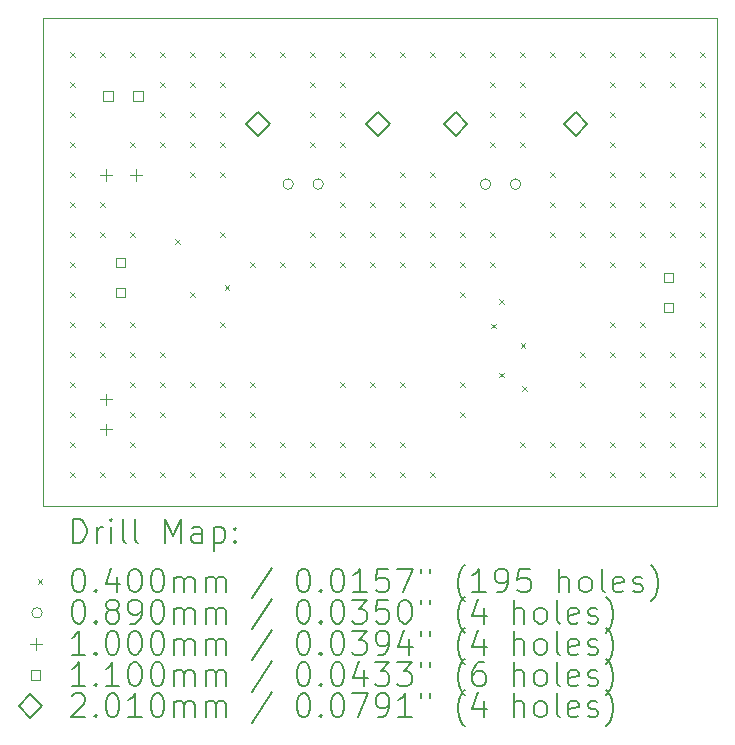
<source format=gbr>
%TF.GenerationSoftware,KiCad,Pcbnew,8.0.1*%
%TF.CreationDate,2024-06-13T00:26:48+02:00*%
%TF.ProjectId,CFT,4346542e-6b69-4636-9164-5f7063625858,rev?*%
%TF.SameCoordinates,PX52e4ef2PY60c692e*%
%TF.FileFunction,Drillmap*%
%TF.FilePolarity,Positive*%
%FSLAX45Y45*%
G04 Gerber Fmt 4.5, Leading zero omitted, Abs format (unit mm)*
G04 Created by KiCad (PCBNEW 8.0.1) date 2024-06-13 00:26:48*
%MOMM*%
%LPD*%
G01*
G04 APERTURE LIST*
%ADD10C,0.050000*%
%ADD11C,0.200000*%
%ADD12C,0.100000*%
%ADD13C,0.110000*%
%ADD14C,0.201000*%
G04 APERTURE END LIST*
D10*
X2000Y4127000D02*
X5713000Y4127000D01*
X5713000Y0D01*
X2000Y0D01*
X2000Y4127000D01*
D11*
D12*
X233500Y3839500D02*
X273500Y3799500D01*
X273500Y3839500D02*
X233500Y3799500D01*
X233500Y3585500D02*
X273500Y3545500D01*
X273500Y3585500D02*
X233500Y3545500D01*
X233500Y3331500D02*
X273500Y3291500D01*
X273500Y3331500D02*
X233500Y3291500D01*
X233500Y3077500D02*
X273500Y3037500D01*
X273500Y3077500D02*
X233500Y3037500D01*
X233500Y2823500D02*
X273500Y2783500D01*
X273500Y2823500D02*
X233500Y2783500D01*
X233500Y2569500D02*
X273500Y2529500D01*
X273500Y2569500D02*
X233500Y2529500D01*
X233500Y2315500D02*
X273500Y2275500D01*
X273500Y2315500D02*
X233500Y2275500D01*
X233500Y2061500D02*
X273500Y2021500D01*
X273500Y2061500D02*
X233500Y2021500D01*
X233500Y1807500D02*
X273500Y1767500D01*
X273500Y1807500D02*
X233500Y1767500D01*
X233500Y1553500D02*
X273500Y1513500D01*
X273500Y1553500D02*
X233500Y1513500D01*
X233500Y1299500D02*
X273500Y1259500D01*
X273500Y1299500D02*
X233500Y1259500D01*
X233500Y1045500D02*
X273500Y1005500D01*
X273500Y1045500D02*
X233500Y1005500D01*
X233500Y791500D02*
X273500Y751500D01*
X273500Y791500D02*
X233500Y751500D01*
X233500Y537500D02*
X273500Y497500D01*
X273500Y537500D02*
X233500Y497500D01*
X233500Y283500D02*
X273500Y243500D01*
X273500Y283500D02*
X233500Y243500D01*
X487500Y3839500D02*
X527500Y3799500D01*
X527500Y3839500D02*
X487500Y3799500D01*
X487500Y2569500D02*
X527500Y2529500D01*
X527500Y2569500D02*
X487500Y2529500D01*
X487500Y2315500D02*
X527500Y2275500D01*
X527500Y2315500D02*
X487500Y2275500D01*
X487500Y1553500D02*
X527500Y1513500D01*
X527500Y1553500D02*
X487500Y1513500D01*
X487500Y1299500D02*
X527500Y1259500D01*
X527500Y1299500D02*
X487500Y1259500D01*
X487500Y283500D02*
X527500Y243500D01*
X527500Y283500D02*
X487500Y243500D01*
X741500Y3839500D02*
X781500Y3799500D01*
X781500Y3839500D02*
X741500Y3799500D01*
X741500Y3077500D02*
X781500Y3037500D01*
X781500Y3077500D02*
X741500Y3037500D01*
X741500Y2315500D02*
X781500Y2275500D01*
X781500Y2315500D02*
X741500Y2275500D01*
X741500Y1553500D02*
X781500Y1513500D01*
X781500Y1553500D02*
X741500Y1513500D01*
X741500Y1299500D02*
X781500Y1259500D01*
X781500Y1299500D02*
X741500Y1259500D01*
X741500Y1045500D02*
X781500Y1005500D01*
X781500Y1045500D02*
X741500Y1005500D01*
X741500Y791500D02*
X781500Y751500D01*
X781500Y791500D02*
X741500Y751500D01*
X741500Y537500D02*
X781500Y497500D01*
X781500Y537500D02*
X741500Y497500D01*
X741500Y283500D02*
X781500Y243500D01*
X781500Y283500D02*
X741500Y243500D01*
X995500Y3839500D02*
X1035500Y3799500D01*
X1035500Y3839500D02*
X995500Y3799500D01*
X995500Y3585500D02*
X1035500Y3545500D01*
X1035500Y3585500D02*
X995500Y3545500D01*
X995500Y3331500D02*
X1035500Y3291500D01*
X1035500Y3331500D02*
X995500Y3291500D01*
X995500Y3077500D02*
X1035500Y3037500D01*
X1035500Y3077500D02*
X995500Y3037500D01*
X995500Y1299500D02*
X1035500Y1259500D01*
X1035500Y1299500D02*
X995500Y1259500D01*
X995500Y1045500D02*
X1035500Y1005500D01*
X1035500Y1045500D02*
X995500Y1005500D01*
X995500Y791500D02*
X1035500Y751500D01*
X1035500Y791500D02*
X995500Y751500D01*
X995500Y283500D02*
X1035500Y243500D01*
X1035500Y283500D02*
X995500Y243500D01*
X1127000Y2256000D02*
X1167000Y2216000D01*
X1167000Y2256000D02*
X1127000Y2216000D01*
X1249500Y3839500D02*
X1289500Y3799500D01*
X1289500Y3839500D02*
X1249500Y3799500D01*
X1249500Y3585500D02*
X1289500Y3545500D01*
X1289500Y3585500D02*
X1249500Y3545500D01*
X1249500Y3331500D02*
X1289500Y3291500D01*
X1289500Y3331500D02*
X1249500Y3291500D01*
X1249500Y3077500D02*
X1289500Y3037500D01*
X1289500Y3077500D02*
X1249500Y3037500D01*
X1249500Y2823500D02*
X1289500Y2783500D01*
X1289500Y2823500D02*
X1249500Y2783500D01*
X1249500Y1807500D02*
X1289500Y1767500D01*
X1289500Y1807500D02*
X1249500Y1767500D01*
X1249500Y1045500D02*
X1289500Y1005500D01*
X1289500Y1045500D02*
X1249500Y1005500D01*
X1249500Y283500D02*
X1289500Y243500D01*
X1289500Y283500D02*
X1249500Y243500D01*
X1503500Y3839500D02*
X1543500Y3799500D01*
X1543500Y3839500D02*
X1503500Y3799500D01*
X1503500Y3585500D02*
X1543500Y3545500D01*
X1543500Y3585500D02*
X1503500Y3545500D01*
X1503500Y3331500D02*
X1543500Y3291500D01*
X1543500Y3331500D02*
X1503500Y3291500D01*
X1503500Y3077500D02*
X1543500Y3037500D01*
X1543500Y3077500D02*
X1503500Y3037500D01*
X1503500Y2823500D02*
X1543500Y2783500D01*
X1543500Y2823500D02*
X1503500Y2783500D01*
X1503500Y2315500D02*
X1543500Y2275500D01*
X1543500Y2315500D02*
X1503500Y2275500D01*
X1503500Y1553500D02*
X1543500Y1513500D01*
X1543500Y1553500D02*
X1503500Y1513500D01*
X1503500Y1045500D02*
X1543500Y1005500D01*
X1543500Y1045500D02*
X1503500Y1005500D01*
X1503500Y791500D02*
X1543500Y751500D01*
X1543500Y791500D02*
X1503500Y751500D01*
X1503500Y537500D02*
X1543500Y497500D01*
X1543500Y537500D02*
X1503500Y497500D01*
X1503500Y283500D02*
X1543500Y243500D01*
X1543500Y283500D02*
X1503500Y243500D01*
X1543000Y1870000D02*
X1583000Y1830000D01*
X1583000Y1870000D02*
X1543000Y1830000D01*
X1757500Y3839500D02*
X1797500Y3799500D01*
X1797500Y3839500D02*
X1757500Y3799500D01*
X1757500Y2061500D02*
X1797500Y2021500D01*
X1797500Y2061500D02*
X1757500Y2021500D01*
X1757500Y1045500D02*
X1797500Y1005500D01*
X1797500Y1045500D02*
X1757500Y1005500D01*
X1757500Y791500D02*
X1797500Y751500D01*
X1797500Y791500D02*
X1757500Y751500D01*
X1757500Y537500D02*
X1797500Y497500D01*
X1797500Y537500D02*
X1757500Y497500D01*
X1757500Y283500D02*
X1797500Y243500D01*
X1797500Y283500D02*
X1757500Y243500D01*
X2011500Y3839500D02*
X2051500Y3799500D01*
X2051500Y3839500D02*
X2011500Y3799500D01*
X2011500Y2061500D02*
X2051500Y2021500D01*
X2051500Y2061500D02*
X2011500Y2021500D01*
X2011500Y537500D02*
X2051500Y497500D01*
X2051500Y537500D02*
X2011500Y497500D01*
X2011500Y283500D02*
X2051500Y243500D01*
X2051500Y283500D02*
X2011500Y243500D01*
X2265500Y3839500D02*
X2305500Y3799500D01*
X2305500Y3839500D02*
X2265500Y3799500D01*
X2265500Y3585500D02*
X2305500Y3545500D01*
X2305500Y3585500D02*
X2265500Y3545500D01*
X2265500Y3331500D02*
X2305500Y3291500D01*
X2305500Y3331500D02*
X2265500Y3291500D01*
X2265500Y3077500D02*
X2305500Y3037500D01*
X2305500Y3077500D02*
X2265500Y3037500D01*
X2265500Y2315500D02*
X2305500Y2275500D01*
X2305500Y2315500D02*
X2265500Y2275500D01*
X2265500Y2061500D02*
X2305500Y2021500D01*
X2305500Y2061500D02*
X2265500Y2021500D01*
X2265500Y537500D02*
X2305500Y497500D01*
X2305500Y537500D02*
X2265500Y497500D01*
X2265500Y283500D02*
X2305500Y243500D01*
X2305500Y283500D02*
X2265500Y243500D01*
X2519500Y3839500D02*
X2559500Y3799500D01*
X2559500Y3839500D02*
X2519500Y3799500D01*
X2519500Y3585500D02*
X2559500Y3545500D01*
X2559500Y3585500D02*
X2519500Y3545500D01*
X2519500Y3331500D02*
X2559500Y3291500D01*
X2559500Y3331500D02*
X2519500Y3291500D01*
X2519500Y3077500D02*
X2559500Y3037500D01*
X2559500Y3077500D02*
X2519500Y3037500D01*
X2519500Y2823500D02*
X2559500Y2783500D01*
X2559500Y2823500D02*
X2519500Y2783500D01*
X2519500Y2569500D02*
X2559500Y2529500D01*
X2559500Y2569500D02*
X2519500Y2529500D01*
X2519500Y2315500D02*
X2559500Y2275500D01*
X2559500Y2315500D02*
X2519500Y2275500D01*
X2519500Y2061500D02*
X2559500Y2021500D01*
X2559500Y2061500D02*
X2519500Y2021500D01*
X2519500Y1045500D02*
X2559500Y1005500D01*
X2559500Y1045500D02*
X2519500Y1005500D01*
X2519500Y537500D02*
X2559500Y497500D01*
X2559500Y537500D02*
X2519500Y497500D01*
X2519500Y283500D02*
X2559500Y243500D01*
X2559500Y283500D02*
X2519500Y243500D01*
X2773500Y3839500D02*
X2813500Y3799500D01*
X2813500Y3839500D02*
X2773500Y3799500D01*
X2773500Y2569500D02*
X2813500Y2529500D01*
X2813500Y2569500D02*
X2773500Y2529500D01*
X2773500Y2315500D02*
X2813500Y2275500D01*
X2813500Y2315500D02*
X2773500Y2275500D01*
X2773500Y2061500D02*
X2813500Y2021500D01*
X2813500Y2061500D02*
X2773500Y2021500D01*
X2773500Y1045500D02*
X2813500Y1005500D01*
X2813500Y1045500D02*
X2773500Y1005500D01*
X2773500Y537500D02*
X2813500Y497500D01*
X2813500Y537500D02*
X2773500Y497500D01*
X2773500Y283500D02*
X2813500Y243500D01*
X2813500Y283500D02*
X2773500Y243500D01*
X3027500Y3839500D02*
X3067500Y3799500D01*
X3067500Y3839500D02*
X3027500Y3799500D01*
X3027500Y2823500D02*
X3067500Y2783500D01*
X3067500Y2823500D02*
X3027500Y2783500D01*
X3027500Y2569500D02*
X3067500Y2529500D01*
X3067500Y2569500D02*
X3027500Y2529500D01*
X3027500Y2315500D02*
X3067500Y2275500D01*
X3067500Y2315500D02*
X3027500Y2275500D01*
X3027500Y2061500D02*
X3067500Y2021500D01*
X3067500Y2061500D02*
X3027500Y2021500D01*
X3027500Y1045500D02*
X3067500Y1005500D01*
X3067500Y1045500D02*
X3027500Y1005500D01*
X3027500Y537500D02*
X3067500Y497500D01*
X3067500Y537500D02*
X3027500Y497500D01*
X3027500Y283500D02*
X3067500Y243500D01*
X3067500Y283500D02*
X3027500Y243500D01*
X3281500Y3839500D02*
X3321500Y3799500D01*
X3321500Y3839500D02*
X3281500Y3799500D01*
X3281500Y2823500D02*
X3321500Y2783500D01*
X3321500Y2823500D02*
X3281500Y2783500D01*
X3281500Y2569500D02*
X3321500Y2529500D01*
X3321500Y2569500D02*
X3281500Y2529500D01*
X3281500Y2315500D02*
X3321500Y2275500D01*
X3321500Y2315500D02*
X3281500Y2275500D01*
X3281500Y2061500D02*
X3321500Y2021500D01*
X3321500Y2061500D02*
X3281500Y2021500D01*
X3281500Y283500D02*
X3321500Y243500D01*
X3321500Y283500D02*
X3281500Y243500D01*
X3535500Y3839500D02*
X3575500Y3799500D01*
X3575500Y3839500D02*
X3535500Y3799500D01*
X3535500Y2569500D02*
X3575500Y2529500D01*
X3575500Y2569500D02*
X3535500Y2529500D01*
X3535500Y2315500D02*
X3575500Y2275500D01*
X3575500Y2315500D02*
X3535500Y2275500D01*
X3535500Y2061500D02*
X3575500Y2021500D01*
X3575500Y2061500D02*
X3535500Y2021500D01*
X3535500Y1807500D02*
X3575500Y1767500D01*
X3575500Y1807500D02*
X3535500Y1767500D01*
X3535500Y1045500D02*
X3575500Y1005500D01*
X3575500Y1045500D02*
X3535500Y1005500D01*
X3535500Y791500D02*
X3575500Y751500D01*
X3575500Y791500D02*
X3535500Y751500D01*
X3789500Y3839500D02*
X3829500Y3799500D01*
X3829500Y3839500D02*
X3789500Y3799500D01*
X3789500Y3585500D02*
X3829500Y3545500D01*
X3829500Y3585500D02*
X3789500Y3545500D01*
X3789500Y3331500D02*
X3829500Y3291500D01*
X3829500Y3331500D02*
X3789500Y3291500D01*
X3789500Y3077500D02*
X3829500Y3037500D01*
X3829500Y3077500D02*
X3789500Y3037500D01*
X3789500Y2315500D02*
X3829500Y2275500D01*
X3829500Y2315500D02*
X3789500Y2275500D01*
X3789500Y2061500D02*
X3829500Y2021500D01*
X3829500Y2061500D02*
X3789500Y2021500D01*
X3798000Y1540000D02*
X3838000Y1500000D01*
X3838000Y1540000D02*
X3798000Y1500000D01*
X3866000Y1127000D02*
X3906000Y1087000D01*
X3906000Y1127000D02*
X3866000Y1087000D01*
X3870000Y1749000D02*
X3910000Y1709000D01*
X3910000Y1749000D02*
X3870000Y1709000D01*
X4043500Y3839500D02*
X4083500Y3799500D01*
X4083500Y3839500D02*
X4043500Y3799500D01*
X4043500Y3585500D02*
X4083500Y3545500D01*
X4083500Y3585500D02*
X4043500Y3545500D01*
X4043500Y3331500D02*
X4083500Y3291500D01*
X4083500Y3331500D02*
X4043500Y3291500D01*
X4043500Y3077500D02*
X4083500Y3037500D01*
X4083500Y3077500D02*
X4043500Y3037500D01*
X4043500Y537500D02*
X4083500Y497500D01*
X4083500Y537500D02*
X4043500Y497500D01*
X4049000Y1377000D02*
X4089000Y1337000D01*
X4089000Y1377000D02*
X4049000Y1337000D01*
X4061000Y1011000D02*
X4101000Y971000D01*
X4101000Y1011000D02*
X4061000Y971000D01*
X4297500Y3839500D02*
X4337500Y3799500D01*
X4337500Y3839500D02*
X4297500Y3799500D01*
X4297500Y2823500D02*
X4337500Y2783500D01*
X4337500Y2823500D02*
X4297500Y2783500D01*
X4297500Y2569500D02*
X4337500Y2529500D01*
X4337500Y2569500D02*
X4297500Y2529500D01*
X4297500Y2315500D02*
X4337500Y2275500D01*
X4337500Y2315500D02*
X4297500Y2275500D01*
X4297500Y537500D02*
X4337500Y497500D01*
X4337500Y537500D02*
X4297500Y497500D01*
X4297500Y283500D02*
X4337500Y243500D01*
X4337500Y283500D02*
X4297500Y243500D01*
X4551500Y3839500D02*
X4591500Y3799500D01*
X4591500Y3839500D02*
X4551500Y3799500D01*
X4551500Y2569500D02*
X4591500Y2529500D01*
X4591500Y2569500D02*
X4551500Y2529500D01*
X4551500Y2315500D02*
X4591500Y2275500D01*
X4591500Y2315500D02*
X4551500Y2275500D01*
X4551500Y2061500D02*
X4591500Y2021500D01*
X4591500Y2061500D02*
X4551500Y2021500D01*
X4551500Y1299500D02*
X4591500Y1259500D01*
X4591500Y1299500D02*
X4551500Y1259500D01*
X4551500Y1045500D02*
X4591500Y1005500D01*
X4591500Y1045500D02*
X4551500Y1005500D01*
X4551500Y537500D02*
X4591500Y497500D01*
X4591500Y537500D02*
X4551500Y497500D01*
X4551500Y283500D02*
X4591500Y243500D01*
X4591500Y283500D02*
X4551500Y243500D01*
X4805500Y3839500D02*
X4845500Y3799500D01*
X4845500Y3839500D02*
X4805500Y3799500D01*
X4805500Y3585500D02*
X4845500Y3545500D01*
X4845500Y3585500D02*
X4805500Y3545500D01*
X4805500Y3331500D02*
X4845500Y3291500D01*
X4845500Y3331500D02*
X4805500Y3291500D01*
X4805500Y3077500D02*
X4845500Y3037500D01*
X4845500Y3077500D02*
X4805500Y3037500D01*
X4805500Y2823500D02*
X4845500Y2783500D01*
X4845500Y2823500D02*
X4805500Y2783500D01*
X4805500Y2569500D02*
X4845500Y2529500D01*
X4845500Y2569500D02*
X4805500Y2529500D01*
X4805500Y2315500D02*
X4845500Y2275500D01*
X4845500Y2315500D02*
X4805500Y2275500D01*
X4805500Y2061500D02*
X4845500Y2021500D01*
X4845500Y2061500D02*
X4805500Y2021500D01*
X4805500Y1553500D02*
X4845500Y1513500D01*
X4845500Y1553500D02*
X4805500Y1513500D01*
X4805500Y1299500D02*
X4845500Y1259500D01*
X4845500Y1299500D02*
X4805500Y1259500D01*
X4805500Y537500D02*
X4845500Y497500D01*
X4845500Y537500D02*
X4805500Y497500D01*
X4805500Y283500D02*
X4845500Y243500D01*
X4845500Y283500D02*
X4805500Y243500D01*
X5059500Y3839500D02*
X5099500Y3799500D01*
X5099500Y3839500D02*
X5059500Y3799500D01*
X5059500Y3585500D02*
X5099500Y3545500D01*
X5099500Y3585500D02*
X5059500Y3545500D01*
X5059500Y2823500D02*
X5099500Y2783500D01*
X5099500Y2823500D02*
X5059500Y2783500D01*
X5059500Y2569500D02*
X5099500Y2529500D01*
X5099500Y2569500D02*
X5059500Y2529500D01*
X5059500Y2315500D02*
X5099500Y2275500D01*
X5099500Y2315500D02*
X5059500Y2275500D01*
X5059500Y2061500D02*
X5099500Y2021500D01*
X5099500Y2061500D02*
X5059500Y2021500D01*
X5059500Y1553500D02*
X5099500Y1513500D01*
X5099500Y1553500D02*
X5059500Y1513500D01*
X5059500Y1299500D02*
X5099500Y1259500D01*
X5099500Y1299500D02*
X5059500Y1259500D01*
X5059500Y1045500D02*
X5099500Y1005500D01*
X5099500Y1045500D02*
X5059500Y1005500D01*
X5059500Y791500D02*
X5099500Y751500D01*
X5099500Y791500D02*
X5059500Y751500D01*
X5059500Y537500D02*
X5099500Y497500D01*
X5099500Y537500D02*
X5059500Y497500D01*
X5059500Y283500D02*
X5099500Y243500D01*
X5099500Y283500D02*
X5059500Y243500D01*
X5313500Y3839500D02*
X5353500Y3799500D01*
X5353500Y3839500D02*
X5313500Y3799500D01*
X5313500Y3585500D02*
X5353500Y3545500D01*
X5353500Y3585500D02*
X5313500Y3545500D01*
X5313500Y2823500D02*
X5353500Y2783500D01*
X5353500Y2823500D02*
X5313500Y2783500D01*
X5313500Y2569500D02*
X5353500Y2529500D01*
X5353500Y2569500D02*
X5313500Y2529500D01*
X5313500Y2315500D02*
X5353500Y2275500D01*
X5353500Y2315500D02*
X5313500Y2275500D01*
X5313500Y1299500D02*
X5353500Y1259500D01*
X5353500Y1299500D02*
X5313500Y1259500D01*
X5313500Y1045500D02*
X5353500Y1005500D01*
X5353500Y1045500D02*
X5313500Y1005500D01*
X5313500Y791500D02*
X5353500Y751500D01*
X5353500Y791500D02*
X5313500Y751500D01*
X5313500Y537500D02*
X5353500Y497500D01*
X5353500Y537500D02*
X5313500Y497500D01*
X5313500Y283500D02*
X5353500Y243500D01*
X5353500Y283500D02*
X5313500Y243500D01*
X5567500Y3839500D02*
X5607500Y3799500D01*
X5607500Y3839500D02*
X5567500Y3799500D01*
X5567500Y3585500D02*
X5607500Y3545500D01*
X5607500Y3585500D02*
X5567500Y3545500D01*
X5567500Y3331500D02*
X5607500Y3291500D01*
X5607500Y3331500D02*
X5567500Y3291500D01*
X5567500Y3077500D02*
X5607500Y3037500D01*
X5607500Y3077500D02*
X5567500Y3037500D01*
X5567500Y2823500D02*
X5607500Y2783500D01*
X5607500Y2823500D02*
X5567500Y2783500D01*
X5567500Y2569500D02*
X5607500Y2529500D01*
X5607500Y2569500D02*
X5567500Y2529500D01*
X5567500Y2315500D02*
X5607500Y2275500D01*
X5607500Y2315500D02*
X5567500Y2275500D01*
X5567500Y2061500D02*
X5607500Y2021500D01*
X5607500Y2061500D02*
X5567500Y2021500D01*
X5567500Y1807500D02*
X5607500Y1767500D01*
X5607500Y1807500D02*
X5567500Y1767500D01*
X5567500Y1553500D02*
X5607500Y1513500D01*
X5607500Y1553500D02*
X5567500Y1513500D01*
X5567500Y1299500D02*
X5607500Y1259500D01*
X5607500Y1299500D02*
X5567500Y1259500D01*
X5567500Y1045500D02*
X5607500Y1005500D01*
X5607500Y1045500D02*
X5567500Y1005500D01*
X5567500Y791500D02*
X5607500Y751500D01*
X5607500Y791500D02*
X5567500Y751500D01*
X5567500Y537500D02*
X5607500Y497500D01*
X5607500Y537500D02*
X5567500Y497500D01*
X5567500Y283500D02*
X5607500Y243500D01*
X5607500Y283500D02*
X5567500Y243500D01*
X2125500Y2723000D02*
G75*
G02*
X2036500Y2723000I-44500J0D01*
G01*
X2036500Y2723000D02*
G75*
G02*
X2125500Y2723000I44500J0D01*
G01*
X2379500Y2723000D02*
G75*
G02*
X2290500Y2723000I-44500J0D01*
G01*
X2290500Y2723000D02*
G75*
G02*
X2379500Y2723000I44500J0D01*
G01*
X3796500Y2722000D02*
G75*
G02*
X3707500Y2722000I-44500J0D01*
G01*
X3707500Y2722000D02*
G75*
G02*
X3796500Y2722000I44500J0D01*
G01*
X4050500Y2722000D02*
G75*
G02*
X3961500Y2722000I-44500J0D01*
G01*
X3961500Y2722000D02*
G75*
G02*
X4050500Y2722000I44500J0D01*
G01*
X536000Y949000D02*
X536000Y849000D01*
X486000Y899000D02*
X586000Y899000D01*
X536000Y695000D02*
X536000Y595000D01*
X486000Y645000D02*
X586000Y645000D01*
X539000Y2849000D02*
X539000Y2749000D01*
X489000Y2799000D02*
X589000Y2799000D01*
X793000Y2849000D02*
X793000Y2749000D01*
X743000Y2799000D02*
X843000Y2799000D01*
D13*
X594891Y3429109D02*
X594891Y3506891D01*
X517109Y3506891D01*
X517109Y3429109D01*
X594891Y3429109D01*
X701891Y2019109D02*
X701891Y2096891D01*
X624109Y2096891D01*
X624109Y2019109D01*
X701891Y2019109D01*
X701891Y1765109D02*
X701891Y1842891D01*
X624109Y1842891D01*
X624109Y1765109D01*
X701891Y1765109D01*
X848891Y3429109D02*
X848891Y3506891D01*
X771109Y3506891D01*
X771109Y3429109D01*
X848891Y3429109D01*
X5336891Y1894109D02*
X5336891Y1971891D01*
X5259109Y1971891D01*
X5259109Y1894109D01*
X5336891Y1894109D01*
X5336891Y1640109D02*
X5336891Y1717891D01*
X5259109Y1717891D01*
X5259109Y1640109D01*
X5336891Y1640109D01*
D14*
X1827000Y3130500D02*
X1927500Y3231000D01*
X1827000Y3331500D01*
X1726500Y3231000D01*
X1827000Y3130500D01*
X2843000Y3130500D02*
X2943500Y3231000D01*
X2843000Y3331500D01*
X2742500Y3231000D01*
X2843000Y3130500D01*
X3498000Y3129500D02*
X3598500Y3230000D01*
X3498000Y3330500D01*
X3397500Y3230000D01*
X3498000Y3129500D01*
X4514000Y3129500D02*
X4614500Y3230000D01*
X4514000Y3330500D01*
X4413500Y3230000D01*
X4514000Y3129500D01*
D11*
X260277Y-313984D02*
X260277Y-113984D01*
X260277Y-113984D02*
X307896Y-113984D01*
X307896Y-113984D02*
X336467Y-123508D01*
X336467Y-123508D02*
X355515Y-142555D01*
X355515Y-142555D02*
X365039Y-161603D01*
X365039Y-161603D02*
X374562Y-199698D01*
X374562Y-199698D02*
X374562Y-228269D01*
X374562Y-228269D02*
X365039Y-266365D01*
X365039Y-266365D02*
X355515Y-285412D01*
X355515Y-285412D02*
X336467Y-304460D01*
X336467Y-304460D02*
X307896Y-313984D01*
X307896Y-313984D02*
X260277Y-313984D01*
X460277Y-313984D02*
X460277Y-180650D01*
X460277Y-218746D02*
X469801Y-199698D01*
X469801Y-199698D02*
X479324Y-190174D01*
X479324Y-190174D02*
X498372Y-180650D01*
X498372Y-180650D02*
X517420Y-180650D01*
X584086Y-313984D02*
X584086Y-180650D01*
X584086Y-113984D02*
X574563Y-123508D01*
X574563Y-123508D02*
X584086Y-133031D01*
X584086Y-133031D02*
X593610Y-123508D01*
X593610Y-123508D02*
X584086Y-113984D01*
X584086Y-113984D02*
X584086Y-133031D01*
X707896Y-313984D02*
X688848Y-304460D01*
X688848Y-304460D02*
X679324Y-285412D01*
X679324Y-285412D02*
X679324Y-113984D01*
X812658Y-313984D02*
X793610Y-304460D01*
X793610Y-304460D02*
X784086Y-285412D01*
X784086Y-285412D02*
X784086Y-113984D01*
X1041229Y-313984D02*
X1041229Y-113984D01*
X1041229Y-113984D02*
X1107896Y-256841D01*
X1107896Y-256841D02*
X1174563Y-113984D01*
X1174563Y-113984D02*
X1174563Y-313984D01*
X1355515Y-313984D02*
X1355515Y-209222D01*
X1355515Y-209222D02*
X1345991Y-190174D01*
X1345991Y-190174D02*
X1326944Y-180650D01*
X1326944Y-180650D02*
X1288848Y-180650D01*
X1288848Y-180650D02*
X1269801Y-190174D01*
X1355515Y-304460D02*
X1336467Y-313984D01*
X1336467Y-313984D02*
X1288848Y-313984D01*
X1288848Y-313984D02*
X1269801Y-304460D01*
X1269801Y-304460D02*
X1260277Y-285412D01*
X1260277Y-285412D02*
X1260277Y-266365D01*
X1260277Y-266365D02*
X1269801Y-247317D01*
X1269801Y-247317D02*
X1288848Y-237793D01*
X1288848Y-237793D02*
X1336467Y-237793D01*
X1336467Y-237793D02*
X1355515Y-228269D01*
X1450753Y-180650D02*
X1450753Y-380650D01*
X1450753Y-190174D02*
X1469801Y-180650D01*
X1469801Y-180650D02*
X1507896Y-180650D01*
X1507896Y-180650D02*
X1526943Y-190174D01*
X1526943Y-190174D02*
X1536467Y-199698D01*
X1536467Y-199698D02*
X1545991Y-218746D01*
X1545991Y-218746D02*
X1545991Y-275889D01*
X1545991Y-275889D02*
X1536467Y-294936D01*
X1536467Y-294936D02*
X1526943Y-304460D01*
X1526943Y-304460D02*
X1507896Y-313984D01*
X1507896Y-313984D02*
X1469801Y-313984D01*
X1469801Y-313984D02*
X1450753Y-304460D01*
X1631705Y-294936D02*
X1641229Y-304460D01*
X1641229Y-304460D02*
X1631705Y-313984D01*
X1631705Y-313984D02*
X1622182Y-304460D01*
X1622182Y-304460D02*
X1631705Y-294936D01*
X1631705Y-294936D02*
X1631705Y-313984D01*
X1631705Y-190174D02*
X1641229Y-199698D01*
X1641229Y-199698D02*
X1631705Y-209222D01*
X1631705Y-209222D02*
X1622182Y-199698D01*
X1622182Y-199698D02*
X1631705Y-190174D01*
X1631705Y-190174D02*
X1631705Y-209222D01*
D12*
X-40500Y-622500D02*
X-500Y-662500D01*
X-500Y-622500D02*
X-40500Y-662500D01*
D11*
X298372Y-533984D02*
X317420Y-533984D01*
X317420Y-533984D02*
X336467Y-543508D01*
X336467Y-543508D02*
X345991Y-553031D01*
X345991Y-553031D02*
X355515Y-572079D01*
X355515Y-572079D02*
X365039Y-610174D01*
X365039Y-610174D02*
X365039Y-657793D01*
X365039Y-657793D02*
X355515Y-695889D01*
X355515Y-695889D02*
X345991Y-714936D01*
X345991Y-714936D02*
X336467Y-724460D01*
X336467Y-724460D02*
X317420Y-733984D01*
X317420Y-733984D02*
X298372Y-733984D01*
X298372Y-733984D02*
X279324Y-724460D01*
X279324Y-724460D02*
X269801Y-714936D01*
X269801Y-714936D02*
X260277Y-695889D01*
X260277Y-695889D02*
X250753Y-657793D01*
X250753Y-657793D02*
X250753Y-610174D01*
X250753Y-610174D02*
X260277Y-572079D01*
X260277Y-572079D02*
X269801Y-553031D01*
X269801Y-553031D02*
X279324Y-543508D01*
X279324Y-543508D02*
X298372Y-533984D01*
X450753Y-714936D02*
X460277Y-724460D01*
X460277Y-724460D02*
X450753Y-733984D01*
X450753Y-733984D02*
X441229Y-724460D01*
X441229Y-724460D02*
X450753Y-714936D01*
X450753Y-714936D02*
X450753Y-733984D01*
X631705Y-600650D02*
X631705Y-733984D01*
X584086Y-524460D02*
X536467Y-667317D01*
X536467Y-667317D02*
X660277Y-667317D01*
X774562Y-533984D02*
X793610Y-533984D01*
X793610Y-533984D02*
X812658Y-543508D01*
X812658Y-543508D02*
X822182Y-553031D01*
X822182Y-553031D02*
X831705Y-572079D01*
X831705Y-572079D02*
X841229Y-610174D01*
X841229Y-610174D02*
X841229Y-657793D01*
X841229Y-657793D02*
X831705Y-695889D01*
X831705Y-695889D02*
X822182Y-714936D01*
X822182Y-714936D02*
X812658Y-724460D01*
X812658Y-724460D02*
X793610Y-733984D01*
X793610Y-733984D02*
X774562Y-733984D01*
X774562Y-733984D02*
X755515Y-724460D01*
X755515Y-724460D02*
X745991Y-714936D01*
X745991Y-714936D02*
X736467Y-695889D01*
X736467Y-695889D02*
X726943Y-657793D01*
X726943Y-657793D02*
X726943Y-610174D01*
X726943Y-610174D02*
X736467Y-572079D01*
X736467Y-572079D02*
X745991Y-553031D01*
X745991Y-553031D02*
X755515Y-543508D01*
X755515Y-543508D02*
X774562Y-533984D01*
X965039Y-533984D02*
X984086Y-533984D01*
X984086Y-533984D02*
X1003134Y-543508D01*
X1003134Y-543508D02*
X1012658Y-553031D01*
X1012658Y-553031D02*
X1022182Y-572079D01*
X1022182Y-572079D02*
X1031705Y-610174D01*
X1031705Y-610174D02*
X1031705Y-657793D01*
X1031705Y-657793D02*
X1022182Y-695889D01*
X1022182Y-695889D02*
X1012658Y-714936D01*
X1012658Y-714936D02*
X1003134Y-724460D01*
X1003134Y-724460D02*
X984086Y-733984D01*
X984086Y-733984D02*
X965039Y-733984D01*
X965039Y-733984D02*
X945991Y-724460D01*
X945991Y-724460D02*
X936467Y-714936D01*
X936467Y-714936D02*
X926943Y-695889D01*
X926943Y-695889D02*
X917420Y-657793D01*
X917420Y-657793D02*
X917420Y-610174D01*
X917420Y-610174D02*
X926943Y-572079D01*
X926943Y-572079D02*
X936467Y-553031D01*
X936467Y-553031D02*
X945991Y-543508D01*
X945991Y-543508D02*
X965039Y-533984D01*
X1117420Y-733984D02*
X1117420Y-600650D01*
X1117420Y-619698D02*
X1126944Y-610174D01*
X1126944Y-610174D02*
X1145991Y-600650D01*
X1145991Y-600650D02*
X1174563Y-600650D01*
X1174563Y-600650D02*
X1193610Y-610174D01*
X1193610Y-610174D02*
X1203134Y-629222D01*
X1203134Y-629222D02*
X1203134Y-733984D01*
X1203134Y-629222D02*
X1212658Y-610174D01*
X1212658Y-610174D02*
X1231705Y-600650D01*
X1231705Y-600650D02*
X1260277Y-600650D01*
X1260277Y-600650D02*
X1279325Y-610174D01*
X1279325Y-610174D02*
X1288848Y-629222D01*
X1288848Y-629222D02*
X1288848Y-733984D01*
X1384086Y-733984D02*
X1384086Y-600650D01*
X1384086Y-619698D02*
X1393610Y-610174D01*
X1393610Y-610174D02*
X1412658Y-600650D01*
X1412658Y-600650D02*
X1441229Y-600650D01*
X1441229Y-600650D02*
X1460277Y-610174D01*
X1460277Y-610174D02*
X1469801Y-629222D01*
X1469801Y-629222D02*
X1469801Y-733984D01*
X1469801Y-629222D02*
X1479324Y-610174D01*
X1479324Y-610174D02*
X1498372Y-600650D01*
X1498372Y-600650D02*
X1526943Y-600650D01*
X1526943Y-600650D02*
X1545991Y-610174D01*
X1545991Y-610174D02*
X1555515Y-629222D01*
X1555515Y-629222D02*
X1555515Y-733984D01*
X1945991Y-524460D02*
X1774563Y-781603D01*
X2203134Y-533984D02*
X2222182Y-533984D01*
X2222182Y-533984D02*
X2241229Y-543508D01*
X2241229Y-543508D02*
X2250753Y-553031D01*
X2250753Y-553031D02*
X2260277Y-572079D01*
X2260277Y-572079D02*
X2269801Y-610174D01*
X2269801Y-610174D02*
X2269801Y-657793D01*
X2269801Y-657793D02*
X2260277Y-695889D01*
X2260277Y-695889D02*
X2250753Y-714936D01*
X2250753Y-714936D02*
X2241229Y-724460D01*
X2241229Y-724460D02*
X2222182Y-733984D01*
X2222182Y-733984D02*
X2203134Y-733984D01*
X2203134Y-733984D02*
X2184087Y-724460D01*
X2184087Y-724460D02*
X2174563Y-714936D01*
X2174563Y-714936D02*
X2165039Y-695889D01*
X2165039Y-695889D02*
X2155515Y-657793D01*
X2155515Y-657793D02*
X2155515Y-610174D01*
X2155515Y-610174D02*
X2165039Y-572079D01*
X2165039Y-572079D02*
X2174563Y-553031D01*
X2174563Y-553031D02*
X2184087Y-543508D01*
X2184087Y-543508D02*
X2203134Y-533984D01*
X2355515Y-714936D02*
X2365039Y-724460D01*
X2365039Y-724460D02*
X2355515Y-733984D01*
X2355515Y-733984D02*
X2345991Y-724460D01*
X2345991Y-724460D02*
X2355515Y-714936D01*
X2355515Y-714936D02*
X2355515Y-733984D01*
X2488848Y-533984D02*
X2507896Y-533984D01*
X2507896Y-533984D02*
X2526944Y-543508D01*
X2526944Y-543508D02*
X2536468Y-553031D01*
X2536468Y-553031D02*
X2545991Y-572079D01*
X2545991Y-572079D02*
X2555515Y-610174D01*
X2555515Y-610174D02*
X2555515Y-657793D01*
X2555515Y-657793D02*
X2545991Y-695889D01*
X2545991Y-695889D02*
X2536468Y-714936D01*
X2536468Y-714936D02*
X2526944Y-724460D01*
X2526944Y-724460D02*
X2507896Y-733984D01*
X2507896Y-733984D02*
X2488848Y-733984D01*
X2488848Y-733984D02*
X2469801Y-724460D01*
X2469801Y-724460D02*
X2460277Y-714936D01*
X2460277Y-714936D02*
X2450753Y-695889D01*
X2450753Y-695889D02*
X2441229Y-657793D01*
X2441229Y-657793D02*
X2441229Y-610174D01*
X2441229Y-610174D02*
X2450753Y-572079D01*
X2450753Y-572079D02*
X2460277Y-553031D01*
X2460277Y-553031D02*
X2469801Y-543508D01*
X2469801Y-543508D02*
X2488848Y-533984D01*
X2745991Y-733984D02*
X2631706Y-733984D01*
X2688848Y-733984D02*
X2688848Y-533984D01*
X2688848Y-533984D02*
X2669801Y-562555D01*
X2669801Y-562555D02*
X2650753Y-581603D01*
X2650753Y-581603D02*
X2631706Y-591127D01*
X2926944Y-533984D02*
X2831706Y-533984D01*
X2831706Y-533984D02*
X2822182Y-629222D01*
X2822182Y-629222D02*
X2831706Y-619698D01*
X2831706Y-619698D02*
X2850753Y-610174D01*
X2850753Y-610174D02*
X2898372Y-610174D01*
X2898372Y-610174D02*
X2917420Y-619698D01*
X2917420Y-619698D02*
X2926944Y-629222D01*
X2926944Y-629222D02*
X2936467Y-648270D01*
X2936467Y-648270D02*
X2936467Y-695889D01*
X2936467Y-695889D02*
X2926944Y-714936D01*
X2926944Y-714936D02*
X2917420Y-724460D01*
X2917420Y-724460D02*
X2898372Y-733984D01*
X2898372Y-733984D02*
X2850753Y-733984D01*
X2850753Y-733984D02*
X2831706Y-724460D01*
X2831706Y-724460D02*
X2822182Y-714936D01*
X3003134Y-533984D02*
X3136467Y-533984D01*
X3136467Y-533984D02*
X3050753Y-733984D01*
X3203134Y-533984D02*
X3203134Y-572079D01*
X3279325Y-533984D02*
X3279325Y-572079D01*
X3574563Y-810174D02*
X3565039Y-800650D01*
X3565039Y-800650D02*
X3545991Y-772079D01*
X3545991Y-772079D02*
X3536468Y-753031D01*
X3536468Y-753031D02*
X3526944Y-724460D01*
X3526944Y-724460D02*
X3517420Y-676841D01*
X3517420Y-676841D02*
X3517420Y-638746D01*
X3517420Y-638746D02*
X3526944Y-591127D01*
X3526944Y-591127D02*
X3536468Y-562555D01*
X3536468Y-562555D02*
X3545991Y-543508D01*
X3545991Y-543508D02*
X3565039Y-514936D01*
X3565039Y-514936D02*
X3574563Y-505412D01*
X3755515Y-733984D02*
X3641229Y-733984D01*
X3698372Y-733984D02*
X3698372Y-533984D01*
X3698372Y-533984D02*
X3679325Y-562555D01*
X3679325Y-562555D02*
X3660277Y-581603D01*
X3660277Y-581603D02*
X3641229Y-591127D01*
X3850753Y-733984D02*
X3888848Y-733984D01*
X3888848Y-733984D02*
X3907896Y-724460D01*
X3907896Y-724460D02*
X3917420Y-714936D01*
X3917420Y-714936D02*
X3936468Y-686365D01*
X3936468Y-686365D02*
X3945991Y-648270D01*
X3945991Y-648270D02*
X3945991Y-572079D01*
X3945991Y-572079D02*
X3936468Y-553031D01*
X3936468Y-553031D02*
X3926944Y-543508D01*
X3926944Y-543508D02*
X3907896Y-533984D01*
X3907896Y-533984D02*
X3869801Y-533984D01*
X3869801Y-533984D02*
X3850753Y-543508D01*
X3850753Y-543508D02*
X3841229Y-553031D01*
X3841229Y-553031D02*
X3831706Y-572079D01*
X3831706Y-572079D02*
X3831706Y-619698D01*
X3831706Y-619698D02*
X3841229Y-638746D01*
X3841229Y-638746D02*
X3850753Y-648270D01*
X3850753Y-648270D02*
X3869801Y-657793D01*
X3869801Y-657793D02*
X3907896Y-657793D01*
X3907896Y-657793D02*
X3926944Y-648270D01*
X3926944Y-648270D02*
X3936468Y-638746D01*
X3936468Y-638746D02*
X3945991Y-619698D01*
X4126944Y-533984D02*
X4031706Y-533984D01*
X4031706Y-533984D02*
X4022182Y-629222D01*
X4022182Y-629222D02*
X4031706Y-619698D01*
X4031706Y-619698D02*
X4050753Y-610174D01*
X4050753Y-610174D02*
X4098372Y-610174D01*
X4098372Y-610174D02*
X4117420Y-619698D01*
X4117420Y-619698D02*
X4126944Y-629222D01*
X4126944Y-629222D02*
X4136468Y-648270D01*
X4136468Y-648270D02*
X4136468Y-695889D01*
X4136468Y-695889D02*
X4126944Y-714936D01*
X4126944Y-714936D02*
X4117420Y-724460D01*
X4117420Y-724460D02*
X4098372Y-733984D01*
X4098372Y-733984D02*
X4050753Y-733984D01*
X4050753Y-733984D02*
X4031706Y-724460D01*
X4031706Y-724460D02*
X4022182Y-714936D01*
X4374563Y-733984D02*
X4374563Y-533984D01*
X4460277Y-733984D02*
X4460277Y-629222D01*
X4460277Y-629222D02*
X4450753Y-610174D01*
X4450753Y-610174D02*
X4431706Y-600650D01*
X4431706Y-600650D02*
X4403134Y-600650D01*
X4403134Y-600650D02*
X4384087Y-610174D01*
X4384087Y-610174D02*
X4374563Y-619698D01*
X4584087Y-733984D02*
X4565039Y-724460D01*
X4565039Y-724460D02*
X4555515Y-714936D01*
X4555515Y-714936D02*
X4545992Y-695889D01*
X4545992Y-695889D02*
X4545992Y-638746D01*
X4545992Y-638746D02*
X4555515Y-619698D01*
X4555515Y-619698D02*
X4565039Y-610174D01*
X4565039Y-610174D02*
X4584087Y-600650D01*
X4584087Y-600650D02*
X4612658Y-600650D01*
X4612658Y-600650D02*
X4631706Y-610174D01*
X4631706Y-610174D02*
X4641230Y-619698D01*
X4641230Y-619698D02*
X4650753Y-638746D01*
X4650753Y-638746D02*
X4650753Y-695889D01*
X4650753Y-695889D02*
X4641230Y-714936D01*
X4641230Y-714936D02*
X4631706Y-724460D01*
X4631706Y-724460D02*
X4612658Y-733984D01*
X4612658Y-733984D02*
X4584087Y-733984D01*
X4765039Y-733984D02*
X4745992Y-724460D01*
X4745992Y-724460D02*
X4736468Y-705412D01*
X4736468Y-705412D02*
X4736468Y-533984D01*
X4917420Y-724460D02*
X4898373Y-733984D01*
X4898373Y-733984D02*
X4860277Y-733984D01*
X4860277Y-733984D02*
X4841230Y-724460D01*
X4841230Y-724460D02*
X4831706Y-705412D01*
X4831706Y-705412D02*
X4831706Y-629222D01*
X4831706Y-629222D02*
X4841230Y-610174D01*
X4841230Y-610174D02*
X4860277Y-600650D01*
X4860277Y-600650D02*
X4898373Y-600650D01*
X4898373Y-600650D02*
X4917420Y-610174D01*
X4917420Y-610174D02*
X4926944Y-629222D01*
X4926944Y-629222D02*
X4926944Y-648270D01*
X4926944Y-648270D02*
X4831706Y-667317D01*
X5003134Y-724460D02*
X5022182Y-733984D01*
X5022182Y-733984D02*
X5060277Y-733984D01*
X5060277Y-733984D02*
X5079325Y-724460D01*
X5079325Y-724460D02*
X5088849Y-705412D01*
X5088849Y-705412D02*
X5088849Y-695889D01*
X5088849Y-695889D02*
X5079325Y-676841D01*
X5079325Y-676841D02*
X5060277Y-667317D01*
X5060277Y-667317D02*
X5031706Y-667317D01*
X5031706Y-667317D02*
X5012658Y-657793D01*
X5012658Y-657793D02*
X5003134Y-638746D01*
X5003134Y-638746D02*
X5003134Y-629222D01*
X5003134Y-629222D02*
X5012658Y-610174D01*
X5012658Y-610174D02*
X5031706Y-600650D01*
X5031706Y-600650D02*
X5060277Y-600650D01*
X5060277Y-600650D02*
X5079325Y-610174D01*
X5155515Y-810174D02*
X5165039Y-800650D01*
X5165039Y-800650D02*
X5184087Y-772079D01*
X5184087Y-772079D02*
X5193611Y-753031D01*
X5193611Y-753031D02*
X5203134Y-724460D01*
X5203134Y-724460D02*
X5212658Y-676841D01*
X5212658Y-676841D02*
X5212658Y-638746D01*
X5212658Y-638746D02*
X5203134Y-591127D01*
X5203134Y-591127D02*
X5193611Y-562555D01*
X5193611Y-562555D02*
X5184087Y-543508D01*
X5184087Y-543508D02*
X5165039Y-514936D01*
X5165039Y-514936D02*
X5155515Y-505412D01*
D12*
X-500Y-906500D02*
G75*
G02*
X-89500Y-906500I-44500J0D01*
G01*
X-89500Y-906500D02*
G75*
G02*
X-500Y-906500I44500J0D01*
G01*
D11*
X298372Y-797984D02*
X317420Y-797984D01*
X317420Y-797984D02*
X336467Y-807508D01*
X336467Y-807508D02*
X345991Y-817031D01*
X345991Y-817031D02*
X355515Y-836079D01*
X355515Y-836079D02*
X365039Y-874174D01*
X365039Y-874174D02*
X365039Y-921793D01*
X365039Y-921793D02*
X355515Y-959888D01*
X355515Y-959888D02*
X345991Y-978936D01*
X345991Y-978936D02*
X336467Y-988460D01*
X336467Y-988460D02*
X317420Y-997984D01*
X317420Y-997984D02*
X298372Y-997984D01*
X298372Y-997984D02*
X279324Y-988460D01*
X279324Y-988460D02*
X269801Y-978936D01*
X269801Y-978936D02*
X260277Y-959888D01*
X260277Y-959888D02*
X250753Y-921793D01*
X250753Y-921793D02*
X250753Y-874174D01*
X250753Y-874174D02*
X260277Y-836079D01*
X260277Y-836079D02*
X269801Y-817031D01*
X269801Y-817031D02*
X279324Y-807508D01*
X279324Y-807508D02*
X298372Y-797984D01*
X450753Y-978936D02*
X460277Y-988460D01*
X460277Y-988460D02*
X450753Y-997984D01*
X450753Y-997984D02*
X441229Y-988460D01*
X441229Y-988460D02*
X450753Y-978936D01*
X450753Y-978936D02*
X450753Y-997984D01*
X574563Y-883698D02*
X555515Y-874174D01*
X555515Y-874174D02*
X545991Y-864650D01*
X545991Y-864650D02*
X536467Y-845603D01*
X536467Y-845603D02*
X536467Y-836079D01*
X536467Y-836079D02*
X545991Y-817031D01*
X545991Y-817031D02*
X555515Y-807508D01*
X555515Y-807508D02*
X574563Y-797984D01*
X574563Y-797984D02*
X612658Y-797984D01*
X612658Y-797984D02*
X631705Y-807508D01*
X631705Y-807508D02*
X641229Y-817031D01*
X641229Y-817031D02*
X650753Y-836079D01*
X650753Y-836079D02*
X650753Y-845603D01*
X650753Y-845603D02*
X641229Y-864650D01*
X641229Y-864650D02*
X631705Y-874174D01*
X631705Y-874174D02*
X612658Y-883698D01*
X612658Y-883698D02*
X574563Y-883698D01*
X574563Y-883698D02*
X555515Y-893222D01*
X555515Y-893222D02*
X545991Y-902746D01*
X545991Y-902746D02*
X536467Y-921793D01*
X536467Y-921793D02*
X536467Y-959888D01*
X536467Y-959888D02*
X545991Y-978936D01*
X545991Y-978936D02*
X555515Y-988460D01*
X555515Y-988460D02*
X574563Y-997984D01*
X574563Y-997984D02*
X612658Y-997984D01*
X612658Y-997984D02*
X631705Y-988460D01*
X631705Y-988460D02*
X641229Y-978936D01*
X641229Y-978936D02*
X650753Y-959888D01*
X650753Y-959888D02*
X650753Y-921793D01*
X650753Y-921793D02*
X641229Y-902746D01*
X641229Y-902746D02*
X631705Y-893222D01*
X631705Y-893222D02*
X612658Y-883698D01*
X745991Y-997984D02*
X784086Y-997984D01*
X784086Y-997984D02*
X803134Y-988460D01*
X803134Y-988460D02*
X812658Y-978936D01*
X812658Y-978936D02*
X831705Y-950365D01*
X831705Y-950365D02*
X841229Y-912269D01*
X841229Y-912269D02*
X841229Y-836079D01*
X841229Y-836079D02*
X831705Y-817031D01*
X831705Y-817031D02*
X822182Y-807508D01*
X822182Y-807508D02*
X803134Y-797984D01*
X803134Y-797984D02*
X765039Y-797984D01*
X765039Y-797984D02*
X745991Y-807508D01*
X745991Y-807508D02*
X736467Y-817031D01*
X736467Y-817031D02*
X726943Y-836079D01*
X726943Y-836079D02*
X726943Y-883698D01*
X726943Y-883698D02*
X736467Y-902746D01*
X736467Y-902746D02*
X745991Y-912269D01*
X745991Y-912269D02*
X765039Y-921793D01*
X765039Y-921793D02*
X803134Y-921793D01*
X803134Y-921793D02*
X822182Y-912269D01*
X822182Y-912269D02*
X831705Y-902746D01*
X831705Y-902746D02*
X841229Y-883698D01*
X965039Y-797984D02*
X984086Y-797984D01*
X984086Y-797984D02*
X1003134Y-807508D01*
X1003134Y-807508D02*
X1012658Y-817031D01*
X1012658Y-817031D02*
X1022182Y-836079D01*
X1022182Y-836079D02*
X1031705Y-874174D01*
X1031705Y-874174D02*
X1031705Y-921793D01*
X1031705Y-921793D02*
X1022182Y-959888D01*
X1022182Y-959888D02*
X1012658Y-978936D01*
X1012658Y-978936D02*
X1003134Y-988460D01*
X1003134Y-988460D02*
X984086Y-997984D01*
X984086Y-997984D02*
X965039Y-997984D01*
X965039Y-997984D02*
X945991Y-988460D01*
X945991Y-988460D02*
X936467Y-978936D01*
X936467Y-978936D02*
X926943Y-959888D01*
X926943Y-959888D02*
X917420Y-921793D01*
X917420Y-921793D02*
X917420Y-874174D01*
X917420Y-874174D02*
X926943Y-836079D01*
X926943Y-836079D02*
X936467Y-817031D01*
X936467Y-817031D02*
X945991Y-807508D01*
X945991Y-807508D02*
X965039Y-797984D01*
X1117420Y-997984D02*
X1117420Y-864650D01*
X1117420Y-883698D02*
X1126944Y-874174D01*
X1126944Y-874174D02*
X1145991Y-864650D01*
X1145991Y-864650D02*
X1174563Y-864650D01*
X1174563Y-864650D02*
X1193610Y-874174D01*
X1193610Y-874174D02*
X1203134Y-893222D01*
X1203134Y-893222D02*
X1203134Y-997984D01*
X1203134Y-893222D02*
X1212658Y-874174D01*
X1212658Y-874174D02*
X1231705Y-864650D01*
X1231705Y-864650D02*
X1260277Y-864650D01*
X1260277Y-864650D02*
X1279325Y-874174D01*
X1279325Y-874174D02*
X1288848Y-893222D01*
X1288848Y-893222D02*
X1288848Y-997984D01*
X1384086Y-997984D02*
X1384086Y-864650D01*
X1384086Y-883698D02*
X1393610Y-874174D01*
X1393610Y-874174D02*
X1412658Y-864650D01*
X1412658Y-864650D02*
X1441229Y-864650D01*
X1441229Y-864650D02*
X1460277Y-874174D01*
X1460277Y-874174D02*
X1469801Y-893222D01*
X1469801Y-893222D02*
X1469801Y-997984D01*
X1469801Y-893222D02*
X1479324Y-874174D01*
X1479324Y-874174D02*
X1498372Y-864650D01*
X1498372Y-864650D02*
X1526943Y-864650D01*
X1526943Y-864650D02*
X1545991Y-874174D01*
X1545991Y-874174D02*
X1555515Y-893222D01*
X1555515Y-893222D02*
X1555515Y-997984D01*
X1945991Y-788460D02*
X1774563Y-1045603D01*
X2203134Y-797984D02*
X2222182Y-797984D01*
X2222182Y-797984D02*
X2241229Y-807508D01*
X2241229Y-807508D02*
X2250753Y-817031D01*
X2250753Y-817031D02*
X2260277Y-836079D01*
X2260277Y-836079D02*
X2269801Y-874174D01*
X2269801Y-874174D02*
X2269801Y-921793D01*
X2269801Y-921793D02*
X2260277Y-959888D01*
X2260277Y-959888D02*
X2250753Y-978936D01*
X2250753Y-978936D02*
X2241229Y-988460D01*
X2241229Y-988460D02*
X2222182Y-997984D01*
X2222182Y-997984D02*
X2203134Y-997984D01*
X2203134Y-997984D02*
X2184087Y-988460D01*
X2184087Y-988460D02*
X2174563Y-978936D01*
X2174563Y-978936D02*
X2165039Y-959888D01*
X2165039Y-959888D02*
X2155515Y-921793D01*
X2155515Y-921793D02*
X2155515Y-874174D01*
X2155515Y-874174D02*
X2165039Y-836079D01*
X2165039Y-836079D02*
X2174563Y-817031D01*
X2174563Y-817031D02*
X2184087Y-807508D01*
X2184087Y-807508D02*
X2203134Y-797984D01*
X2355515Y-978936D02*
X2365039Y-988460D01*
X2365039Y-988460D02*
X2355515Y-997984D01*
X2355515Y-997984D02*
X2345991Y-988460D01*
X2345991Y-988460D02*
X2355515Y-978936D01*
X2355515Y-978936D02*
X2355515Y-997984D01*
X2488848Y-797984D02*
X2507896Y-797984D01*
X2507896Y-797984D02*
X2526944Y-807508D01*
X2526944Y-807508D02*
X2536468Y-817031D01*
X2536468Y-817031D02*
X2545991Y-836079D01*
X2545991Y-836079D02*
X2555515Y-874174D01*
X2555515Y-874174D02*
X2555515Y-921793D01*
X2555515Y-921793D02*
X2545991Y-959888D01*
X2545991Y-959888D02*
X2536468Y-978936D01*
X2536468Y-978936D02*
X2526944Y-988460D01*
X2526944Y-988460D02*
X2507896Y-997984D01*
X2507896Y-997984D02*
X2488848Y-997984D01*
X2488848Y-997984D02*
X2469801Y-988460D01*
X2469801Y-988460D02*
X2460277Y-978936D01*
X2460277Y-978936D02*
X2450753Y-959888D01*
X2450753Y-959888D02*
X2441229Y-921793D01*
X2441229Y-921793D02*
X2441229Y-874174D01*
X2441229Y-874174D02*
X2450753Y-836079D01*
X2450753Y-836079D02*
X2460277Y-817031D01*
X2460277Y-817031D02*
X2469801Y-807508D01*
X2469801Y-807508D02*
X2488848Y-797984D01*
X2622182Y-797984D02*
X2745991Y-797984D01*
X2745991Y-797984D02*
X2679325Y-874174D01*
X2679325Y-874174D02*
X2707896Y-874174D01*
X2707896Y-874174D02*
X2726944Y-883698D01*
X2726944Y-883698D02*
X2736468Y-893222D01*
X2736468Y-893222D02*
X2745991Y-912269D01*
X2745991Y-912269D02*
X2745991Y-959888D01*
X2745991Y-959888D02*
X2736468Y-978936D01*
X2736468Y-978936D02*
X2726944Y-988460D01*
X2726944Y-988460D02*
X2707896Y-997984D01*
X2707896Y-997984D02*
X2650753Y-997984D01*
X2650753Y-997984D02*
X2631706Y-988460D01*
X2631706Y-988460D02*
X2622182Y-978936D01*
X2926944Y-797984D02*
X2831706Y-797984D01*
X2831706Y-797984D02*
X2822182Y-893222D01*
X2822182Y-893222D02*
X2831706Y-883698D01*
X2831706Y-883698D02*
X2850753Y-874174D01*
X2850753Y-874174D02*
X2898372Y-874174D01*
X2898372Y-874174D02*
X2917420Y-883698D01*
X2917420Y-883698D02*
X2926944Y-893222D01*
X2926944Y-893222D02*
X2936467Y-912269D01*
X2936467Y-912269D02*
X2936467Y-959888D01*
X2936467Y-959888D02*
X2926944Y-978936D01*
X2926944Y-978936D02*
X2917420Y-988460D01*
X2917420Y-988460D02*
X2898372Y-997984D01*
X2898372Y-997984D02*
X2850753Y-997984D01*
X2850753Y-997984D02*
X2831706Y-988460D01*
X2831706Y-988460D02*
X2822182Y-978936D01*
X3060277Y-797984D02*
X3079325Y-797984D01*
X3079325Y-797984D02*
X3098372Y-807508D01*
X3098372Y-807508D02*
X3107896Y-817031D01*
X3107896Y-817031D02*
X3117420Y-836079D01*
X3117420Y-836079D02*
X3126944Y-874174D01*
X3126944Y-874174D02*
X3126944Y-921793D01*
X3126944Y-921793D02*
X3117420Y-959888D01*
X3117420Y-959888D02*
X3107896Y-978936D01*
X3107896Y-978936D02*
X3098372Y-988460D01*
X3098372Y-988460D02*
X3079325Y-997984D01*
X3079325Y-997984D02*
X3060277Y-997984D01*
X3060277Y-997984D02*
X3041229Y-988460D01*
X3041229Y-988460D02*
X3031706Y-978936D01*
X3031706Y-978936D02*
X3022182Y-959888D01*
X3022182Y-959888D02*
X3012658Y-921793D01*
X3012658Y-921793D02*
X3012658Y-874174D01*
X3012658Y-874174D02*
X3022182Y-836079D01*
X3022182Y-836079D02*
X3031706Y-817031D01*
X3031706Y-817031D02*
X3041229Y-807508D01*
X3041229Y-807508D02*
X3060277Y-797984D01*
X3203134Y-797984D02*
X3203134Y-836079D01*
X3279325Y-797984D02*
X3279325Y-836079D01*
X3574563Y-1074174D02*
X3565039Y-1064650D01*
X3565039Y-1064650D02*
X3545991Y-1036079D01*
X3545991Y-1036079D02*
X3536468Y-1017031D01*
X3536468Y-1017031D02*
X3526944Y-988460D01*
X3526944Y-988460D02*
X3517420Y-940841D01*
X3517420Y-940841D02*
X3517420Y-902746D01*
X3517420Y-902746D02*
X3526944Y-855127D01*
X3526944Y-855127D02*
X3536468Y-826555D01*
X3536468Y-826555D02*
X3545991Y-807508D01*
X3545991Y-807508D02*
X3565039Y-778936D01*
X3565039Y-778936D02*
X3574563Y-769412D01*
X3736468Y-864650D02*
X3736468Y-997984D01*
X3688848Y-788460D02*
X3641229Y-931317D01*
X3641229Y-931317D02*
X3765039Y-931317D01*
X3993610Y-997984D02*
X3993610Y-797984D01*
X4079325Y-997984D02*
X4079325Y-893222D01*
X4079325Y-893222D02*
X4069801Y-874174D01*
X4069801Y-874174D02*
X4050753Y-864650D01*
X4050753Y-864650D02*
X4022182Y-864650D01*
X4022182Y-864650D02*
X4003134Y-874174D01*
X4003134Y-874174D02*
X3993610Y-883698D01*
X4203134Y-997984D02*
X4184087Y-988460D01*
X4184087Y-988460D02*
X4174563Y-978936D01*
X4174563Y-978936D02*
X4165039Y-959888D01*
X4165039Y-959888D02*
X4165039Y-902746D01*
X4165039Y-902746D02*
X4174563Y-883698D01*
X4174563Y-883698D02*
X4184087Y-874174D01*
X4184087Y-874174D02*
X4203134Y-864650D01*
X4203134Y-864650D02*
X4231706Y-864650D01*
X4231706Y-864650D02*
X4250753Y-874174D01*
X4250753Y-874174D02*
X4260277Y-883698D01*
X4260277Y-883698D02*
X4269801Y-902746D01*
X4269801Y-902746D02*
X4269801Y-959888D01*
X4269801Y-959888D02*
X4260277Y-978936D01*
X4260277Y-978936D02*
X4250753Y-988460D01*
X4250753Y-988460D02*
X4231706Y-997984D01*
X4231706Y-997984D02*
X4203134Y-997984D01*
X4384087Y-997984D02*
X4365039Y-988460D01*
X4365039Y-988460D02*
X4355515Y-969412D01*
X4355515Y-969412D02*
X4355515Y-797984D01*
X4536468Y-988460D02*
X4517420Y-997984D01*
X4517420Y-997984D02*
X4479325Y-997984D01*
X4479325Y-997984D02*
X4460277Y-988460D01*
X4460277Y-988460D02*
X4450753Y-969412D01*
X4450753Y-969412D02*
X4450753Y-893222D01*
X4450753Y-893222D02*
X4460277Y-874174D01*
X4460277Y-874174D02*
X4479325Y-864650D01*
X4479325Y-864650D02*
X4517420Y-864650D01*
X4517420Y-864650D02*
X4536468Y-874174D01*
X4536468Y-874174D02*
X4545992Y-893222D01*
X4545992Y-893222D02*
X4545992Y-912269D01*
X4545992Y-912269D02*
X4450753Y-931317D01*
X4622182Y-988460D02*
X4641230Y-997984D01*
X4641230Y-997984D02*
X4679325Y-997984D01*
X4679325Y-997984D02*
X4698373Y-988460D01*
X4698373Y-988460D02*
X4707896Y-969412D01*
X4707896Y-969412D02*
X4707896Y-959888D01*
X4707896Y-959888D02*
X4698373Y-940841D01*
X4698373Y-940841D02*
X4679325Y-931317D01*
X4679325Y-931317D02*
X4650753Y-931317D01*
X4650753Y-931317D02*
X4631706Y-921793D01*
X4631706Y-921793D02*
X4622182Y-902746D01*
X4622182Y-902746D02*
X4622182Y-893222D01*
X4622182Y-893222D02*
X4631706Y-874174D01*
X4631706Y-874174D02*
X4650753Y-864650D01*
X4650753Y-864650D02*
X4679325Y-864650D01*
X4679325Y-864650D02*
X4698373Y-874174D01*
X4774563Y-1074174D02*
X4784087Y-1064650D01*
X4784087Y-1064650D02*
X4803134Y-1036079D01*
X4803134Y-1036079D02*
X4812658Y-1017031D01*
X4812658Y-1017031D02*
X4822182Y-988460D01*
X4822182Y-988460D02*
X4831706Y-940841D01*
X4831706Y-940841D02*
X4831706Y-902746D01*
X4831706Y-902746D02*
X4822182Y-855127D01*
X4822182Y-855127D02*
X4812658Y-826555D01*
X4812658Y-826555D02*
X4803134Y-807508D01*
X4803134Y-807508D02*
X4784087Y-778936D01*
X4784087Y-778936D02*
X4774563Y-769412D01*
D12*
X-50500Y-1120500D02*
X-50500Y-1220500D01*
X-100500Y-1170500D02*
X-500Y-1170500D01*
D11*
X365039Y-1261984D02*
X250753Y-1261984D01*
X307896Y-1261984D02*
X307896Y-1061984D01*
X307896Y-1061984D02*
X288848Y-1090555D01*
X288848Y-1090555D02*
X269801Y-1109603D01*
X269801Y-1109603D02*
X250753Y-1119127D01*
X450753Y-1242936D02*
X460277Y-1252460D01*
X460277Y-1252460D02*
X450753Y-1261984D01*
X450753Y-1261984D02*
X441229Y-1252460D01*
X441229Y-1252460D02*
X450753Y-1242936D01*
X450753Y-1242936D02*
X450753Y-1261984D01*
X584086Y-1061984D02*
X603134Y-1061984D01*
X603134Y-1061984D02*
X622182Y-1071508D01*
X622182Y-1071508D02*
X631705Y-1081031D01*
X631705Y-1081031D02*
X641229Y-1100079D01*
X641229Y-1100079D02*
X650753Y-1138174D01*
X650753Y-1138174D02*
X650753Y-1185793D01*
X650753Y-1185793D02*
X641229Y-1223889D01*
X641229Y-1223889D02*
X631705Y-1242936D01*
X631705Y-1242936D02*
X622182Y-1252460D01*
X622182Y-1252460D02*
X603134Y-1261984D01*
X603134Y-1261984D02*
X584086Y-1261984D01*
X584086Y-1261984D02*
X565039Y-1252460D01*
X565039Y-1252460D02*
X555515Y-1242936D01*
X555515Y-1242936D02*
X545991Y-1223889D01*
X545991Y-1223889D02*
X536467Y-1185793D01*
X536467Y-1185793D02*
X536467Y-1138174D01*
X536467Y-1138174D02*
X545991Y-1100079D01*
X545991Y-1100079D02*
X555515Y-1081031D01*
X555515Y-1081031D02*
X565039Y-1071508D01*
X565039Y-1071508D02*
X584086Y-1061984D01*
X774562Y-1061984D02*
X793610Y-1061984D01*
X793610Y-1061984D02*
X812658Y-1071508D01*
X812658Y-1071508D02*
X822182Y-1081031D01*
X822182Y-1081031D02*
X831705Y-1100079D01*
X831705Y-1100079D02*
X841229Y-1138174D01*
X841229Y-1138174D02*
X841229Y-1185793D01*
X841229Y-1185793D02*
X831705Y-1223889D01*
X831705Y-1223889D02*
X822182Y-1242936D01*
X822182Y-1242936D02*
X812658Y-1252460D01*
X812658Y-1252460D02*
X793610Y-1261984D01*
X793610Y-1261984D02*
X774562Y-1261984D01*
X774562Y-1261984D02*
X755515Y-1252460D01*
X755515Y-1252460D02*
X745991Y-1242936D01*
X745991Y-1242936D02*
X736467Y-1223889D01*
X736467Y-1223889D02*
X726943Y-1185793D01*
X726943Y-1185793D02*
X726943Y-1138174D01*
X726943Y-1138174D02*
X736467Y-1100079D01*
X736467Y-1100079D02*
X745991Y-1081031D01*
X745991Y-1081031D02*
X755515Y-1071508D01*
X755515Y-1071508D02*
X774562Y-1061984D01*
X965039Y-1061984D02*
X984086Y-1061984D01*
X984086Y-1061984D02*
X1003134Y-1071508D01*
X1003134Y-1071508D02*
X1012658Y-1081031D01*
X1012658Y-1081031D02*
X1022182Y-1100079D01*
X1022182Y-1100079D02*
X1031705Y-1138174D01*
X1031705Y-1138174D02*
X1031705Y-1185793D01*
X1031705Y-1185793D02*
X1022182Y-1223889D01*
X1022182Y-1223889D02*
X1012658Y-1242936D01*
X1012658Y-1242936D02*
X1003134Y-1252460D01*
X1003134Y-1252460D02*
X984086Y-1261984D01*
X984086Y-1261984D02*
X965039Y-1261984D01*
X965039Y-1261984D02*
X945991Y-1252460D01*
X945991Y-1252460D02*
X936467Y-1242936D01*
X936467Y-1242936D02*
X926943Y-1223889D01*
X926943Y-1223889D02*
X917420Y-1185793D01*
X917420Y-1185793D02*
X917420Y-1138174D01*
X917420Y-1138174D02*
X926943Y-1100079D01*
X926943Y-1100079D02*
X936467Y-1081031D01*
X936467Y-1081031D02*
X945991Y-1071508D01*
X945991Y-1071508D02*
X965039Y-1061984D01*
X1117420Y-1261984D02*
X1117420Y-1128650D01*
X1117420Y-1147698D02*
X1126944Y-1138174D01*
X1126944Y-1138174D02*
X1145991Y-1128650D01*
X1145991Y-1128650D02*
X1174563Y-1128650D01*
X1174563Y-1128650D02*
X1193610Y-1138174D01*
X1193610Y-1138174D02*
X1203134Y-1157222D01*
X1203134Y-1157222D02*
X1203134Y-1261984D01*
X1203134Y-1157222D02*
X1212658Y-1138174D01*
X1212658Y-1138174D02*
X1231705Y-1128650D01*
X1231705Y-1128650D02*
X1260277Y-1128650D01*
X1260277Y-1128650D02*
X1279325Y-1138174D01*
X1279325Y-1138174D02*
X1288848Y-1157222D01*
X1288848Y-1157222D02*
X1288848Y-1261984D01*
X1384086Y-1261984D02*
X1384086Y-1128650D01*
X1384086Y-1147698D02*
X1393610Y-1138174D01*
X1393610Y-1138174D02*
X1412658Y-1128650D01*
X1412658Y-1128650D02*
X1441229Y-1128650D01*
X1441229Y-1128650D02*
X1460277Y-1138174D01*
X1460277Y-1138174D02*
X1469801Y-1157222D01*
X1469801Y-1157222D02*
X1469801Y-1261984D01*
X1469801Y-1157222D02*
X1479324Y-1138174D01*
X1479324Y-1138174D02*
X1498372Y-1128650D01*
X1498372Y-1128650D02*
X1526943Y-1128650D01*
X1526943Y-1128650D02*
X1545991Y-1138174D01*
X1545991Y-1138174D02*
X1555515Y-1157222D01*
X1555515Y-1157222D02*
X1555515Y-1261984D01*
X1945991Y-1052460D02*
X1774563Y-1309603D01*
X2203134Y-1061984D02*
X2222182Y-1061984D01*
X2222182Y-1061984D02*
X2241229Y-1071508D01*
X2241229Y-1071508D02*
X2250753Y-1081031D01*
X2250753Y-1081031D02*
X2260277Y-1100079D01*
X2260277Y-1100079D02*
X2269801Y-1138174D01*
X2269801Y-1138174D02*
X2269801Y-1185793D01*
X2269801Y-1185793D02*
X2260277Y-1223889D01*
X2260277Y-1223889D02*
X2250753Y-1242936D01*
X2250753Y-1242936D02*
X2241229Y-1252460D01*
X2241229Y-1252460D02*
X2222182Y-1261984D01*
X2222182Y-1261984D02*
X2203134Y-1261984D01*
X2203134Y-1261984D02*
X2184087Y-1252460D01*
X2184087Y-1252460D02*
X2174563Y-1242936D01*
X2174563Y-1242936D02*
X2165039Y-1223889D01*
X2165039Y-1223889D02*
X2155515Y-1185793D01*
X2155515Y-1185793D02*
X2155515Y-1138174D01*
X2155515Y-1138174D02*
X2165039Y-1100079D01*
X2165039Y-1100079D02*
X2174563Y-1081031D01*
X2174563Y-1081031D02*
X2184087Y-1071508D01*
X2184087Y-1071508D02*
X2203134Y-1061984D01*
X2355515Y-1242936D02*
X2365039Y-1252460D01*
X2365039Y-1252460D02*
X2355515Y-1261984D01*
X2355515Y-1261984D02*
X2345991Y-1252460D01*
X2345991Y-1252460D02*
X2355515Y-1242936D01*
X2355515Y-1242936D02*
X2355515Y-1261984D01*
X2488848Y-1061984D02*
X2507896Y-1061984D01*
X2507896Y-1061984D02*
X2526944Y-1071508D01*
X2526944Y-1071508D02*
X2536468Y-1081031D01*
X2536468Y-1081031D02*
X2545991Y-1100079D01*
X2545991Y-1100079D02*
X2555515Y-1138174D01*
X2555515Y-1138174D02*
X2555515Y-1185793D01*
X2555515Y-1185793D02*
X2545991Y-1223889D01*
X2545991Y-1223889D02*
X2536468Y-1242936D01*
X2536468Y-1242936D02*
X2526944Y-1252460D01*
X2526944Y-1252460D02*
X2507896Y-1261984D01*
X2507896Y-1261984D02*
X2488848Y-1261984D01*
X2488848Y-1261984D02*
X2469801Y-1252460D01*
X2469801Y-1252460D02*
X2460277Y-1242936D01*
X2460277Y-1242936D02*
X2450753Y-1223889D01*
X2450753Y-1223889D02*
X2441229Y-1185793D01*
X2441229Y-1185793D02*
X2441229Y-1138174D01*
X2441229Y-1138174D02*
X2450753Y-1100079D01*
X2450753Y-1100079D02*
X2460277Y-1081031D01*
X2460277Y-1081031D02*
X2469801Y-1071508D01*
X2469801Y-1071508D02*
X2488848Y-1061984D01*
X2622182Y-1061984D02*
X2745991Y-1061984D01*
X2745991Y-1061984D02*
X2679325Y-1138174D01*
X2679325Y-1138174D02*
X2707896Y-1138174D01*
X2707896Y-1138174D02*
X2726944Y-1147698D01*
X2726944Y-1147698D02*
X2736468Y-1157222D01*
X2736468Y-1157222D02*
X2745991Y-1176270D01*
X2745991Y-1176270D02*
X2745991Y-1223889D01*
X2745991Y-1223889D02*
X2736468Y-1242936D01*
X2736468Y-1242936D02*
X2726944Y-1252460D01*
X2726944Y-1252460D02*
X2707896Y-1261984D01*
X2707896Y-1261984D02*
X2650753Y-1261984D01*
X2650753Y-1261984D02*
X2631706Y-1252460D01*
X2631706Y-1252460D02*
X2622182Y-1242936D01*
X2841229Y-1261984D02*
X2879325Y-1261984D01*
X2879325Y-1261984D02*
X2898372Y-1252460D01*
X2898372Y-1252460D02*
X2907896Y-1242936D01*
X2907896Y-1242936D02*
X2926944Y-1214365D01*
X2926944Y-1214365D02*
X2936467Y-1176270D01*
X2936467Y-1176270D02*
X2936467Y-1100079D01*
X2936467Y-1100079D02*
X2926944Y-1081031D01*
X2926944Y-1081031D02*
X2917420Y-1071508D01*
X2917420Y-1071508D02*
X2898372Y-1061984D01*
X2898372Y-1061984D02*
X2860277Y-1061984D01*
X2860277Y-1061984D02*
X2841229Y-1071508D01*
X2841229Y-1071508D02*
X2831706Y-1081031D01*
X2831706Y-1081031D02*
X2822182Y-1100079D01*
X2822182Y-1100079D02*
X2822182Y-1147698D01*
X2822182Y-1147698D02*
X2831706Y-1166746D01*
X2831706Y-1166746D02*
X2841229Y-1176270D01*
X2841229Y-1176270D02*
X2860277Y-1185793D01*
X2860277Y-1185793D02*
X2898372Y-1185793D01*
X2898372Y-1185793D02*
X2917420Y-1176270D01*
X2917420Y-1176270D02*
X2926944Y-1166746D01*
X2926944Y-1166746D02*
X2936467Y-1147698D01*
X3107896Y-1128650D02*
X3107896Y-1261984D01*
X3060277Y-1052460D02*
X3012658Y-1195317D01*
X3012658Y-1195317D02*
X3136467Y-1195317D01*
X3203134Y-1061984D02*
X3203134Y-1100079D01*
X3279325Y-1061984D02*
X3279325Y-1100079D01*
X3574563Y-1338174D02*
X3565039Y-1328650D01*
X3565039Y-1328650D02*
X3545991Y-1300079D01*
X3545991Y-1300079D02*
X3536468Y-1281031D01*
X3536468Y-1281031D02*
X3526944Y-1252460D01*
X3526944Y-1252460D02*
X3517420Y-1204841D01*
X3517420Y-1204841D02*
X3517420Y-1166746D01*
X3517420Y-1166746D02*
X3526944Y-1119127D01*
X3526944Y-1119127D02*
X3536468Y-1090555D01*
X3536468Y-1090555D02*
X3545991Y-1071508D01*
X3545991Y-1071508D02*
X3565039Y-1042936D01*
X3565039Y-1042936D02*
X3574563Y-1033412D01*
X3736468Y-1128650D02*
X3736468Y-1261984D01*
X3688848Y-1052460D02*
X3641229Y-1195317D01*
X3641229Y-1195317D02*
X3765039Y-1195317D01*
X3993610Y-1261984D02*
X3993610Y-1061984D01*
X4079325Y-1261984D02*
X4079325Y-1157222D01*
X4079325Y-1157222D02*
X4069801Y-1138174D01*
X4069801Y-1138174D02*
X4050753Y-1128650D01*
X4050753Y-1128650D02*
X4022182Y-1128650D01*
X4022182Y-1128650D02*
X4003134Y-1138174D01*
X4003134Y-1138174D02*
X3993610Y-1147698D01*
X4203134Y-1261984D02*
X4184087Y-1252460D01*
X4184087Y-1252460D02*
X4174563Y-1242936D01*
X4174563Y-1242936D02*
X4165039Y-1223889D01*
X4165039Y-1223889D02*
X4165039Y-1166746D01*
X4165039Y-1166746D02*
X4174563Y-1147698D01*
X4174563Y-1147698D02*
X4184087Y-1138174D01*
X4184087Y-1138174D02*
X4203134Y-1128650D01*
X4203134Y-1128650D02*
X4231706Y-1128650D01*
X4231706Y-1128650D02*
X4250753Y-1138174D01*
X4250753Y-1138174D02*
X4260277Y-1147698D01*
X4260277Y-1147698D02*
X4269801Y-1166746D01*
X4269801Y-1166746D02*
X4269801Y-1223889D01*
X4269801Y-1223889D02*
X4260277Y-1242936D01*
X4260277Y-1242936D02*
X4250753Y-1252460D01*
X4250753Y-1252460D02*
X4231706Y-1261984D01*
X4231706Y-1261984D02*
X4203134Y-1261984D01*
X4384087Y-1261984D02*
X4365039Y-1252460D01*
X4365039Y-1252460D02*
X4355515Y-1233412D01*
X4355515Y-1233412D02*
X4355515Y-1061984D01*
X4536468Y-1252460D02*
X4517420Y-1261984D01*
X4517420Y-1261984D02*
X4479325Y-1261984D01*
X4479325Y-1261984D02*
X4460277Y-1252460D01*
X4460277Y-1252460D02*
X4450753Y-1233412D01*
X4450753Y-1233412D02*
X4450753Y-1157222D01*
X4450753Y-1157222D02*
X4460277Y-1138174D01*
X4460277Y-1138174D02*
X4479325Y-1128650D01*
X4479325Y-1128650D02*
X4517420Y-1128650D01*
X4517420Y-1128650D02*
X4536468Y-1138174D01*
X4536468Y-1138174D02*
X4545992Y-1157222D01*
X4545992Y-1157222D02*
X4545992Y-1176270D01*
X4545992Y-1176270D02*
X4450753Y-1195317D01*
X4622182Y-1252460D02*
X4641230Y-1261984D01*
X4641230Y-1261984D02*
X4679325Y-1261984D01*
X4679325Y-1261984D02*
X4698373Y-1252460D01*
X4698373Y-1252460D02*
X4707896Y-1233412D01*
X4707896Y-1233412D02*
X4707896Y-1223889D01*
X4707896Y-1223889D02*
X4698373Y-1204841D01*
X4698373Y-1204841D02*
X4679325Y-1195317D01*
X4679325Y-1195317D02*
X4650753Y-1195317D01*
X4650753Y-1195317D02*
X4631706Y-1185793D01*
X4631706Y-1185793D02*
X4622182Y-1166746D01*
X4622182Y-1166746D02*
X4622182Y-1157222D01*
X4622182Y-1157222D02*
X4631706Y-1138174D01*
X4631706Y-1138174D02*
X4650753Y-1128650D01*
X4650753Y-1128650D02*
X4679325Y-1128650D01*
X4679325Y-1128650D02*
X4698373Y-1138174D01*
X4774563Y-1338174D02*
X4784087Y-1328650D01*
X4784087Y-1328650D02*
X4803134Y-1300079D01*
X4803134Y-1300079D02*
X4812658Y-1281031D01*
X4812658Y-1281031D02*
X4822182Y-1252460D01*
X4822182Y-1252460D02*
X4831706Y-1204841D01*
X4831706Y-1204841D02*
X4831706Y-1166746D01*
X4831706Y-1166746D02*
X4822182Y-1119127D01*
X4822182Y-1119127D02*
X4812658Y-1090555D01*
X4812658Y-1090555D02*
X4803134Y-1071508D01*
X4803134Y-1071508D02*
X4784087Y-1042936D01*
X4784087Y-1042936D02*
X4774563Y-1033412D01*
D13*
X-16609Y-1473391D02*
X-16609Y-1395609D01*
X-94391Y-1395609D01*
X-94391Y-1473391D01*
X-16609Y-1473391D01*
D11*
X365039Y-1525984D02*
X250753Y-1525984D01*
X307896Y-1525984D02*
X307896Y-1325984D01*
X307896Y-1325984D02*
X288848Y-1354555D01*
X288848Y-1354555D02*
X269801Y-1373603D01*
X269801Y-1373603D02*
X250753Y-1383127D01*
X450753Y-1506936D02*
X460277Y-1516460D01*
X460277Y-1516460D02*
X450753Y-1525984D01*
X450753Y-1525984D02*
X441229Y-1516460D01*
X441229Y-1516460D02*
X450753Y-1506936D01*
X450753Y-1506936D02*
X450753Y-1525984D01*
X650753Y-1525984D02*
X536467Y-1525984D01*
X593610Y-1525984D02*
X593610Y-1325984D01*
X593610Y-1325984D02*
X574563Y-1354555D01*
X574563Y-1354555D02*
X555515Y-1373603D01*
X555515Y-1373603D02*
X536467Y-1383127D01*
X774562Y-1325984D02*
X793610Y-1325984D01*
X793610Y-1325984D02*
X812658Y-1335508D01*
X812658Y-1335508D02*
X822182Y-1345031D01*
X822182Y-1345031D02*
X831705Y-1364079D01*
X831705Y-1364079D02*
X841229Y-1402174D01*
X841229Y-1402174D02*
X841229Y-1449793D01*
X841229Y-1449793D02*
X831705Y-1487888D01*
X831705Y-1487888D02*
X822182Y-1506936D01*
X822182Y-1506936D02*
X812658Y-1516460D01*
X812658Y-1516460D02*
X793610Y-1525984D01*
X793610Y-1525984D02*
X774562Y-1525984D01*
X774562Y-1525984D02*
X755515Y-1516460D01*
X755515Y-1516460D02*
X745991Y-1506936D01*
X745991Y-1506936D02*
X736467Y-1487888D01*
X736467Y-1487888D02*
X726943Y-1449793D01*
X726943Y-1449793D02*
X726943Y-1402174D01*
X726943Y-1402174D02*
X736467Y-1364079D01*
X736467Y-1364079D02*
X745991Y-1345031D01*
X745991Y-1345031D02*
X755515Y-1335508D01*
X755515Y-1335508D02*
X774562Y-1325984D01*
X965039Y-1325984D02*
X984086Y-1325984D01*
X984086Y-1325984D02*
X1003134Y-1335508D01*
X1003134Y-1335508D02*
X1012658Y-1345031D01*
X1012658Y-1345031D02*
X1022182Y-1364079D01*
X1022182Y-1364079D02*
X1031705Y-1402174D01*
X1031705Y-1402174D02*
X1031705Y-1449793D01*
X1031705Y-1449793D02*
X1022182Y-1487888D01*
X1022182Y-1487888D02*
X1012658Y-1506936D01*
X1012658Y-1506936D02*
X1003134Y-1516460D01*
X1003134Y-1516460D02*
X984086Y-1525984D01*
X984086Y-1525984D02*
X965039Y-1525984D01*
X965039Y-1525984D02*
X945991Y-1516460D01*
X945991Y-1516460D02*
X936467Y-1506936D01*
X936467Y-1506936D02*
X926943Y-1487888D01*
X926943Y-1487888D02*
X917420Y-1449793D01*
X917420Y-1449793D02*
X917420Y-1402174D01*
X917420Y-1402174D02*
X926943Y-1364079D01*
X926943Y-1364079D02*
X936467Y-1345031D01*
X936467Y-1345031D02*
X945991Y-1335508D01*
X945991Y-1335508D02*
X965039Y-1325984D01*
X1117420Y-1525984D02*
X1117420Y-1392650D01*
X1117420Y-1411698D02*
X1126944Y-1402174D01*
X1126944Y-1402174D02*
X1145991Y-1392650D01*
X1145991Y-1392650D02*
X1174563Y-1392650D01*
X1174563Y-1392650D02*
X1193610Y-1402174D01*
X1193610Y-1402174D02*
X1203134Y-1421222D01*
X1203134Y-1421222D02*
X1203134Y-1525984D01*
X1203134Y-1421222D02*
X1212658Y-1402174D01*
X1212658Y-1402174D02*
X1231705Y-1392650D01*
X1231705Y-1392650D02*
X1260277Y-1392650D01*
X1260277Y-1392650D02*
X1279325Y-1402174D01*
X1279325Y-1402174D02*
X1288848Y-1421222D01*
X1288848Y-1421222D02*
X1288848Y-1525984D01*
X1384086Y-1525984D02*
X1384086Y-1392650D01*
X1384086Y-1411698D02*
X1393610Y-1402174D01*
X1393610Y-1402174D02*
X1412658Y-1392650D01*
X1412658Y-1392650D02*
X1441229Y-1392650D01*
X1441229Y-1392650D02*
X1460277Y-1402174D01*
X1460277Y-1402174D02*
X1469801Y-1421222D01*
X1469801Y-1421222D02*
X1469801Y-1525984D01*
X1469801Y-1421222D02*
X1479324Y-1402174D01*
X1479324Y-1402174D02*
X1498372Y-1392650D01*
X1498372Y-1392650D02*
X1526943Y-1392650D01*
X1526943Y-1392650D02*
X1545991Y-1402174D01*
X1545991Y-1402174D02*
X1555515Y-1421222D01*
X1555515Y-1421222D02*
X1555515Y-1525984D01*
X1945991Y-1316460D02*
X1774563Y-1573603D01*
X2203134Y-1325984D02*
X2222182Y-1325984D01*
X2222182Y-1325984D02*
X2241229Y-1335508D01*
X2241229Y-1335508D02*
X2250753Y-1345031D01*
X2250753Y-1345031D02*
X2260277Y-1364079D01*
X2260277Y-1364079D02*
X2269801Y-1402174D01*
X2269801Y-1402174D02*
X2269801Y-1449793D01*
X2269801Y-1449793D02*
X2260277Y-1487888D01*
X2260277Y-1487888D02*
X2250753Y-1506936D01*
X2250753Y-1506936D02*
X2241229Y-1516460D01*
X2241229Y-1516460D02*
X2222182Y-1525984D01*
X2222182Y-1525984D02*
X2203134Y-1525984D01*
X2203134Y-1525984D02*
X2184087Y-1516460D01*
X2184087Y-1516460D02*
X2174563Y-1506936D01*
X2174563Y-1506936D02*
X2165039Y-1487888D01*
X2165039Y-1487888D02*
X2155515Y-1449793D01*
X2155515Y-1449793D02*
X2155515Y-1402174D01*
X2155515Y-1402174D02*
X2165039Y-1364079D01*
X2165039Y-1364079D02*
X2174563Y-1345031D01*
X2174563Y-1345031D02*
X2184087Y-1335508D01*
X2184087Y-1335508D02*
X2203134Y-1325984D01*
X2355515Y-1506936D02*
X2365039Y-1516460D01*
X2365039Y-1516460D02*
X2355515Y-1525984D01*
X2355515Y-1525984D02*
X2345991Y-1516460D01*
X2345991Y-1516460D02*
X2355515Y-1506936D01*
X2355515Y-1506936D02*
X2355515Y-1525984D01*
X2488848Y-1325984D02*
X2507896Y-1325984D01*
X2507896Y-1325984D02*
X2526944Y-1335508D01*
X2526944Y-1335508D02*
X2536468Y-1345031D01*
X2536468Y-1345031D02*
X2545991Y-1364079D01*
X2545991Y-1364079D02*
X2555515Y-1402174D01*
X2555515Y-1402174D02*
X2555515Y-1449793D01*
X2555515Y-1449793D02*
X2545991Y-1487888D01*
X2545991Y-1487888D02*
X2536468Y-1506936D01*
X2536468Y-1506936D02*
X2526944Y-1516460D01*
X2526944Y-1516460D02*
X2507896Y-1525984D01*
X2507896Y-1525984D02*
X2488848Y-1525984D01*
X2488848Y-1525984D02*
X2469801Y-1516460D01*
X2469801Y-1516460D02*
X2460277Y-1506936D01*
X2460277Y-1506936D02*
X2450753Y-1487888D01*
X2450753Y-1487888D02*
X2441229Y-1449793D01*
X2441229Y-1449793D02*
X2441229Y-1402174D01*
X2441229Y-1402174D02*
X2450753Y-1364079D01*
X2450753Y-1364079D02*
X2460277Y-1345031D01*
X2460277Y-1345031D02*
X2469801Y-1335508D01*
X2469801Y-1335508D02*
X2488848Y-1325984D01*
X2726944Y-1392650D02*
X2726944Y-1525984D01*
X2679325Y-1316460D02*
X2631706Y-1459317D01*
X2631706Y-1459317D02*
X2755515Y-1459317D01*
X2812658Y-1325984D02*
X2936467Y-1325984D01*
X2936467Y-1325984D02*
X2869801Y-1402174D01*
X2869801Y-1402174D02*
X2898372Y-1402174D01*
X2898372Y-1402174D02*
X2917420Y-1411698D01*
X2917420Y-1411698D02*
X2926944Y-1421222D01*
X2926944Y-1421222D02*
X2936467Y-1440269D01*
X2936467Y-1440269D02*
X2936467Y-1487888D01*
X2936467Y-1487888D02*
X2926944Y-1506936D01*
X2926944Y-1506936D02*
X2917420Y-1516460D01*
X2917420Y-1516460D02*
X2898372Y-1525984D01*
X2898372Y-1525984D02*
X2841229Y-1525984D01*
X2841229Y-1525984D02*
X2822182Y-1516460D01*
X2822182Y-1516460D02*
X2812658Y-1506936D01*
X3003134Y-1325984D02*
X3126944Y-1325984D01*
X3126944Y-1325984D02*
X3060277Y-1402174D01*
X3060277Y-1402174D02*
X3088848Y-1402174D01*
X3088848Y-1402174D02*
X3107896Y-1411698D01*
X3107896Y-1411698D02*
X3117420Y-1421222D01*
X3117420Y-1421222D02*
X3126944Y-1440269D01*
X3126944Y-1440269D02*
X3126944Y-1487888D01*
X3126944Y-1487888D02*
X3117420Y-1506936D01*
X3117420Y-1506936D02*
X3107896Y-1516460D01*
X3107896Y-1516460D02*
X3088848Y-1525984D01*
X3088848Y-1525984D02*
X3031706Y-1525984D01*
X3031706Y-1525984D02*
X3012658Y-1516460D01*
X3012658Y-1516460D02*
X3003134Y-1506936D01*
X3203134Y-1325984D02*
X3203134Y-1364079D01*
X3279325Y-1325984D02*
X3279325Y-1364079D01*
X3574563Y-1602174D02*
X3565039Y-1592650D01*
X3565039Y-1592650D02*
X3545991Y-1564079D01*
X3545991Y-1564079D02*
X3536468Y-1545031D01*
X3536468Y-1545031D02*
X3526944Y-1516460D01*
X3526944Y-1516460D02*
X3517420Y-1468841D01*
X3517420Y-1468841D02*
X3517420Y-1430746D01*
X3517420Y-1430746D02*
X3526944Y-1383127D01*
X3526944Y-1383127D02*
X3536468Y-1354555D01*
X3536468Y-1354555D02*
X3545991Y-1335508D01*
X3545991Y-1335508D02*
X3565039Y-1306936D01*
X3565039Y-1306936D02*
X3574563Y-1297412D01*
X3736468Y-1325984D02*
X3698372Y-1325984D01*
X3698372Y-1325984D02*
X3679325Y-1335508D01*
X3679325Y-1335508D02*
X3669801Y-1345031D01*
X3669801Y-1345031D02*
X3650753Y-1373603D01*
X3650753Y-1373603D02*
X3641229Y-1411698D01*
X3641229Y-1411698D02*
X3641229Y-1487888D01*
X3641229Y-1487888D02*
X3650753Y-1506936D01*
X3650753Y-1506936D02*
X3660277Y-1516460D01*
X3660277Y-1516460D02*
X3679325Y-1525984D01*
X3679325Y-1525984D02*
X3717420Y-1525984D01*
X3717420Y-1525984D02*
X3736468Y-1516460D01*
X3736468Y-1516460D02*
X3745991Y-1506936D01*
X3745991Y-1506936D02*
X3755515Y-1487888D01*
X3755515Y-1487888D02*
X3755515Y-1440269D01*
X3755515Y-1440269D02*
X3745991Y-1421222D01*
X3745991Y-1421222D02*
X3736468Y-1411698D01*
X3736468Y-1411698D02*
X3717420Y-1402174D01*
X3717420Y-1402174D02*
X3679325Y-1402174D01*
X3679325Y-1402174D02*
X3660277Y-1411698D01*
X3660277Y-1411698D02*
X3650753Y-1421222D01*
X3650753Y-1421222D02*
X3641229Y-1440269D01*
X3993610Y-1525984D02*
X3993610Y-1325984D01*
X4079325Y-1525984D02*
X4079325Y-1421222D01*
X4079325Y-1421222D02*
X4069801Y-1402174D01*
X4069801Y-1402174D02*
X4050753Y-1392650D01*
X4050753Y-1392650D02*
X4022182Y-1392650D01*
X4022182Y-1392650D02*
X4003134Y-1402174D01*
X4003134Y-1402174D02*
X3993610Y-1411698D01*
X4203134Y-1525984D02*
X4184087Y-1516460D01*
X4184087Y-1516460D02*
X4174563Y-1506936D01*
X4174563Y-1506936D02*
X4165039Y-1487888D01*
X4165039Y-1487888D02*
X4165039Y-1430746D01*
X4165039Y-1430746D02*
X4174563Y-1411698D01*
X4174563Y-1411698D02*
X4184087Y-1402174D01*
X4184087Y-1402174D02*
X4203134Y-1392650D01*
X4203134Y-1392650D02*
X4231706Y-1392650D01*
X4231706Y-1392650D02*
X4250753Y-1402174D01*
X4250753Y-1402174D02*
X4260277Y-1411698D01*
X4260277Y-1411698D02*
X4269801Y-1430746D01*
X4269801Y-1430746D02*
X4269801Y-1487888D01*
X4269801Y-1487888D02*
X4260277Y-1506936D01*
X4260277Y-1506936D02*
X4250753Y-1516460D01*
X4250753Y-1516460D02*
X4231706Y-1525984D01*
X4231706Y-1525984D02*
X4203134Y-1525984D01*
X4384087Y-1525984D02*
X4365039Y-1516460D01*
X4365039Y-1516460D02*
X4355515Y-1497412D01*
X4355515Y-1497412D02*
X4355515Y-1325984D01*
X4536468Y-1516460D02*
X4517420Y-1525984D01*
X4517420Y-1525984D02*
X4479325Y-1525984D01*
X4479325Y-1525984D02*
X4460277Y-1516460D01*
X4460277Y-1516460D02*
X4450753Y-1497412D01*
X4450753Y-1497412D02*
X4450753Y-1421222D01*
X4450753Y-1421222D02*
X4460277Y-1402174D01*
X4460277Y-1402174D02*
X4479325Y-1392650D01*
X4479325Y-1392650D02*
X4517420Y-1392650D01*
X4517420Y-1392650D02*
X4536468Y-1402174D01*
X4536468Y-1402174D02*
X4545992Y-1421222D01*
X4545992Y-1421222D02*
X4545992Y-1440269D01*
X4545992Y-1440269D02*
X4450753Y-1459317D01*
X4622182Y-1516460D02*
X4641230Y-1525984D01*
X4641230Y-1525984D02*
X4679325Y-1525984D01*
X4679325Y-1525984D02*
X4698373Y-1516460D01*
X4698373Y-1516460D02*
X4707896Y-1497412D01*
X4707896Y-1497412D02*
X4707896Y-1487888D01*
X4707896Y-1487888D02*
X4698373Y-1468841D01*
X4698373Y-1468841D02*
X4679325Y-1459317D01*
X4679325Y-1459317D02*
X4650753Y-1459317D01*
X4650753Y-1459317D02*
X4631706Y-1449793D01*
X4631706Y-1449793D02*
X4622182Y-1430746D01*
X4622182Y-1430746D02*
X4622182Y-1421222D01*
X4622182Y-1421222D02*
X4631706Y-1402174D01*
X4631706Y-1402174D02*
X4650753Y-1392650D01*
X4650753Y-1392650D02*
X4679325Y-1392650D01*
X4679325Y-1392650D02*
X4698373Y-1402174D01*
X4774563Y-1602174D02*
X4784087Y-1592650D01*
X4784087Y-1592650D02*
X4803134Y-1564079D01*
X4803134Y-1564079D02*
X4812658Y-1545031D01*
X4812658Y-1545031D02*
X4822182Y-1516460D01*
X4822182Y-1516460D02*
X4831706Y-1468841D01*
X4831706Y-1468841D02*
X4831706Y-1430746D01*
X4831706Y-1430746D02*
X4822182Y-1383127D01*
X4822182Y-1383127D02*
X4812658Y-1354555D01*
X4812658Y-1354555D02*
X4803134Y-1335508D01*
X4803134Y-1335508D02*
X4784087Y-1306936D01*
X4784087Y-1306936D02*
X4774563Y-1297412D01*
X-100500Y-1798500D02*
X-500Y-1698500D01*
X-100500Y-1598500D01*
X-200500Y-1698500D01*
X-100500Y-1798500D01*
X250753Y-1609031D02*
X260277Y-1599508D01*
X260277Y-1599508D02*
X279324Y-1589984D01*
X279324Y-1589984D02*
X326944Y-1589984D01*
X326944Y-1589984D02*
X345991Y-1599508D01*
X345991Y-1599508D02*
X355515Y-1609031D01*
X355515Y-1609031D02*
X365039Y-1628079D01*
X365039Y-1628079D02*
X365039Y-1647127D01*
X365039Y-1647127D02*
X355515Y-1675698D01*
X355515Y-1675698D02*
X241229Y-1789984D01*
X241229Y-1789984D02*
X365039Y-1789984D01*
X450753Y-1770936D02*
X460277Y-1780460D01*
X460277Y-1780460D02*
X450753Y-1789984D01*
X450753Y-1789984D02*
X441229Y-1780460D01*
X441229Y-1780460D02*
X450753Y-1770936D01*
X450753Y-1770936D02*
X450753Y-1789984D01*
X584086Y-1589984D02*
X603134Y-1589984D01*
X603134Y-1589984D02*
X622182Y-1599508D01*
X622182Y-1599508D02*
X631705Y-1609031D01*
X631705Y-1609031D02*
X641229Y-1628079D01*
X641229Y-1628079D02*
X650753Y-1666174D01*
X650753Y-1666174D02*
X650753Y-1713793D01*
X650753Y-1713793D02*
X641229Y-1751888D01*
X641229Y-1751888D02*
X631705Y-1770936D01*
X631705Y-1770936D02*
X622182Y-1780460D01*
X622182Y-1780460D02*
X603134Y-1789984D01*
X603134Y-1789984D02*
X584086Y-1789984D01*
X584086Y-1789984D02*
X565039Y-1780460D01*
X565039Y-1780460D02*
X555515Y-1770936D01*
X555515Y-1770936D02*
X545991Y-1751888D01*
X545991Y-1751888D02*
X536467Y-1713793D01*
X536467Y-1713793D02*
X536467Y-1666174D01*
X536467Y-1666174D02*
X545991Y-1628079D01*
X545991Y-1628079D02*
X555515Y-1609031D01*
X555515Y-1609031D02*
X565039Y-1599508D01*
X565039Y-1599508D02*
X584086Y-1589984D01*
X841229Y-1789984D02*
X726943Y-1789984D01*
X784086Y-1789984D02*
X784086Y-1589984D01*
X784086Y-1589984D02*
X765039Y-1618555D01*
X765039Y-1618555D02*
X745991Y-1637603D01*
X745991Y-1637603D02*
X726943Y-1647127D01*
X965039Y-1589984D02*
X984086Y-1589984D01*
X984086Y-1589984D02*
X1003134Y-1599508D01*
X1003134Y-1599508D02*
X1012658Y-1609031D01*
X1012658Y-1609031D02*
X1022182Y-1628079D01*
X1022182Y-1628079D02*
X1031705Y-1666174D01*
X1031705Y-1666174D02*
X1031705Y-1713793D01*
X1031705Y-1713793D02*
X1022182Y-1751888D01*
X1022182Y-1751888D02*
X1012658Y-1770936D01*
X1012658Y-1770936D02*
X1003134Y-1780460D01*
X1003134Y-1780460D02*
X984086Y-1789984D01*
X984086Y-1789984D02*
X965039Y-1789984D01*
X965039Y-1789984D02*
X945991Y-1780460D01*
X945991Y-1780460D02*
X936467Y-1770936D01*
X936467Y-1770936D02*
X926943Y-1751888D01*
X926943Y-1751888D02*
X917420Y-1713793D01*
X917420Y-1713793D02*
X917420Y-1666174D01*
X917420Y-1666174D02*
X926943Y-1628079D01*
X926943Y-1628079D02*
X936467Y-1609031D01*
X936467Y-1609031D02*
X945991Y-1599508D01*
X945991Y-1599508D02*
X965039Y-1589984D01*
X1117420Y-1789984D02*
X1117420Y-1656650D01*
X1117420Y-1675698D02*
X1126944Y-1666174D01*
X1126944Y-1666174D02*
X1145991Y-1656650D01*
X1145991Y-1656650D02*
X1174563Y-1656650D01*
X1174563Y-1656650D02*
X1193610Y-1666174D01*
X1193610Y-1666174D02*
X1203134Y-1685222D01*
X1203134Y-1685222D02*
X1203134Y-1789984D01*
X1203134Y-1685222D02*
X1212658Y-1666174D01*
X1212658Y-1666174D02*
X1231705Y-1656650D01*
X1231705Y-1656650D02*
X1260277Y-1656650D01*
X1260277Y-1656650D02*
X1279325Y-1666174D01*
X1279325Y-1666174D02*
X1288848Y-1685222D01*
X1288848Y-1685222D02*
X1288848Y-1789984D01*
X1384086Y-1789984D02*
X1384086Y-1656650D01*
X1384086Y-1675698D02*
X1393610Y-1666174D01*
X1393610Y-1666174D02*
X1412658Y-1656650D01*
X1412658Y-1656650D02*
X1441229Y-1656650D01*
X1441229Y-1656650D02*
X1460277Y-1666174D01*
X1460277Y-1666174D02*
X1469801Y-1685222D01*
X1469801Y-1685222D02*
X1469801Y-1789984D01*
X1469801Y-1685222D02*
X1479324Y-1666174D01*
X1479324Y-1666174D02*
X1498372Y-1656650D01*
X1498372Y-1656650D02*
X1526943Y-1656650D01*
X1526943Y-1656650D02*
X1545991Y-1666174D01*
X1545991Y-1666174D02*
X1555515Y-1685222D01*
X1555515Y-1685222D02*
X1555515Y-1789984D01*
X1945991Y-1580460D02*
X1774563Y-1837603D01*
X2203134Y-1589984D02*
X2222182Y-1589984D01*
X2222182Y-1589984D02*
X2241229Y-1599508D01*
X2241229Y-1599508D02*
X2250753Y-1609031D01*
X2250753Y-1609031D02*
X2260277Y-1628079D01*
X2260277Y-1628079D02*
X2269801Y-1666174D01*
X2269801Y-1666174D02*
X2269801Y-1713793D01*
X2269801Y-1713793D02*
X2260277Y-1751888D01*
X2260277Y-1751888D02*
X2250753Y-1770936D01*
X2250753Y-1770936D02*
X2241229Y-1780460D01*
X2241229Y-1780460D02*
X2222182Y-1789984D01*
X2222182Y-1789984D02*
X2203134Y-1789984D01*
X2203134Y-1789984D02*
X2184087Y-1780460D01*
X2184087Y-1780460D02*
X2174563Y-1770936D01*
X2174563Y-1770936D02*
X2165039Y-1751888D01*
X2165039Y-1751888D02*
X2155515Y-1713793D01*
X2155515Y-1713793D02*
X2155515Y-1666174D01*
X2155515Y-1666174D02*
X2165039Y-1628079D01*
X2165039Y-1628079D02*
X2174563Y-1609031D01*
X2174563Y-1609031D02*
X2184087Y-1599508D01*
X2184087Y-1599508D02*
X2203134Y-1589984D01*
X2355515Y-1770936D02*
X2365039Y-1780460D01*
X2365039Y-1780460D02*
X2355515Y-1789984D01*
X2355515Y-1789984D02*
X2345991Y-1780460D01*
X2345991Y-1780460D02*
X2355515Y-1770936D01*
X2355515Y-1770936D02*
X2355515Y-1789984D01*
X2488848Y-1589984D02*
X2507896Y-1589984D01*
X2507896Y-1589984D02*
X2526944Y-1599508D01*
X2526944Y-1599508D02*
X2536468Y-1609031D01*
X2536468Y-1609031D02*
X2545991Y-1628079D01*
X2545991Y-1628079D02*
X2555515Y-1666174D01*
X2555515Y-1666174D02*
X2555515Y-1713793D01*
X2555515Y-1713793D02*
X2545991Y-1751888D01*
X2545991Y-1751888D02*
X2536468Y-1770936D01*
X2536468Y-1770936D02*
X2526944Y-1780460D01*
X2526944Y-1780460D02*
X2507896Y-1789984D01*
X2507896Y-1789984D02*
X2488848Y-1789984D01*
X2488848Y-1789984D02*
X2469801Y-1780460D01*
X2469801Y-1780460D02*
X2460277Y-1770936D01*
X2460277Y-1770936D02*
X2450753Y-1751888D01*
X2450753Y-1751888D02*
X2441229Y-1713793D01*
X2441229Y-1713793D02*
X2441229Y-1666174D01*
X2441229Y-1666174D02*
X2450753Y-1628079D01*
X2450753Y-1628079D02*
X2460277Y-1609031D01*
X2460277Y-1609031D02*
X2469801Y-1599508D01*
X2469801Y-1599508D02*
X2488848Y-1589984D01*
X2622182Y-1589984D02*
X2755515Y-1589984D01*
X2755515Y-1589984D02*
X2669801Y-1789984D01*
X2841229Y-1789984D02*
X2879325Y-1789984D01*
X2879325Y-1789984D02*
X2898372Y-1780460D01*
X2898372Y-1780460D02*
X2907896Y-1770936D01*
X2907896Y-1770936D02*
X2926944Y-1742365D01*
X2926944Y-1742365D02*
X2936467Y-1704269D01*
X2936467Y-1704269D02*
X2936467Y-1628079D01*
X2936467Y-1628079D02*
X2926944Y-1609031D01*
X2926944Y-1609031D02*
X2917420Y-1599508D01*
X2917420Y-1599508D02*
X2898372Y-1589984D01*
X2898372Y-1589984D02*
X2860277Y-1589984D01*
X2860277Y-1589984D02*
X2841229Y-1599508D01*
X2841229Y-1599508D02*
X2831706Y-1609031D01*
X2831706Y-1609031D02*
X2822182Y-1628079D01*
X2822182Y-1628079D02*
X2822182Y-1675698D01*
X2822182Y-1675698D02*
X2831706Y-1694746D01*
X2831706Y-1694746D02*
X2841229Y-1704269D01*
X2841229Y-1704269D02*
X2860277Y-1713793D01*
X2860277Y-1713793D02*
X2898372Y-1713793D01*
X2898372Y-1713793D02*
X2917420Y-1704269D01*
X2917420Y-1704269D02*
X2926944Y-1694746D01*
X2926944Y-1694746D02*
X2936467Y-1675698D01*
X3126944Y-1789984D02*
X3012658Y-1789984D01*
X3069801Y-1789984D02*
X3069801Y-1589984D01*
X3069801Y-1589984D02*
X3050753Y-1618555D01*
X3050753Y-1618555D02*
X3031706Y-1637603D01*
X3031706Y-1637603D02*
X3012658Y-1647127D01*
X3203134Y-1589984D02*
X3203134Y-1628079D01*
X3279325Y-1589984D02*
X3279325Y-1628079D01*
X3574563Y-1866174D02*
X3565039Y-1856650D01*
X3565039Y-1856650D02*
X3545991Y-1828079D01*
X3545991Y-1828079D02*
X3536468Y-1809031D01*
X3536468Y-1809031D02*
X3526944Y-1780460D01*
X3526944Y-1780460D02*
X3517420Y-1732841D01*
X3517420Y-1732841D02*
X3517420Y-1694746D01*
X3517420Y-1694746D02*
X3526944Y-1647127D01*
X3526944Y-1647127D02*
X3536468Y-1618555D01*
X3536468Y-1618555D02*
X3545991Y-1599508D01*
X3545991Y-1599508D02*
X3565039Y-1570936D01*
X3565039Y-1570936D02*
X3574563Y-1561412D01*
X3736468Y-1656650D02*
X3736468Y-1789984D01*
X3688848Y-1580460D02*
X3641229Y-1723317D01*
X3641229Y-1723317D02*
X3765039Y-1723317D01*
X3993610Y-1789984D02*
X3993610Y-1589984D01*
X4079325Y-1789984D02*
X4079325Y-1685222D01*
X4079325Y-1685222D02*
X4069801Y-1666174D01*
X4069801Y-1666174D02*
X4050753Y-1656650D01*
X4050753Y-1656650D02*
X4022182Y-1656650D01*
X4022182Y-1656650D02*
X4003134Y-1666174D01*
X4003134Y-1666174D02*
X3993610Y-1675698D01*
X4203134Y-1789984D02*
X4184087Y-1780460D01*
X4184087Y-1780460D02*
X4174563Y-1770936D01*
X4174563Y-1770936D02*
X4165039Y-1751888D01*
X4165039Y-1751888D02*
X4165039Y-1694746D01*
X4165039Y-1694746D02*
X4174563Y-1675698D01*
X4174563Y-1675698D02*
X4184087Y-1666174D01*
X4184087Y-1666174D02*
X4203134Y-1656650D01*
X4203134Y-1656650D02*
X4231706Y-1656650D01*
X4231706Y-1656650D02*
X4250753Y-1666174D01*
X4250753Y-1666174D02*
X4260277Y-1675698D01*
X4260277Y-1675698D02*
X4269801Y-1694746D01*
X4269801Y-1694746D02*
X4269801Y-1751888D01*
X4269801Y-1751888D02*
X4260277Y-1770936D01*
X4260277Y-1770936D02*
X4250753Y-1780460D01*
X4250753Y-1780460D02*
X4231706Y-1789984D01*
X4231706Y-1789984D02*
X4203134Y-1789984D01*
X4384087Y-1789984D02*
X4365039Y-1780460D01*
X4365039Y-1780460D02*
X4355515Y-1761412D01*
X4355515Y-1761412D02*
X4355515Y-1589984D01*
X4536468Y-1780460D02*
X4517420Y-1789984D01*
X4517420Y-1789984D02*
X4479325Y-1789984D01*
X4479325Y-1789984D02*
X4460277Y-1780460D01*
X4460277Y-1780460D02*
X4450753Y-1761412D01*
X4450753Y-1761412D02*
X4450753Y-1685222D01*
X4450753Y-1685222D02*
X4460277Y-1666174D01*
X4460277Y-1666174D02*
X4479325Y-1656650D01*
X4479325Y-1656650D02*
X4517420Y-1656650D01*
X4517420Y-1656650D02*
X4536468Y-1666174D01*
X4536468Y-1666174D02*
X4545992Y-1685222D01*
X4545992Y-1685222D02*
X4545992Y-1704269D01*
X4545992Y-1704269D02*
X4450753Y-1723317D01*
X4622182Y-1780460D02*
X4641230Y-1789984D01*
X4641230Y-1789984D02*
X4679325Y-1789984D01*
X4679325Y-1789984D02*
X4698373Y-1780460D01*
X4698373Y-1780460D02*
X4707896Y-1761412D01*
X4707896Y-1761412D02*
X4707896Y-1751888D01*
X4707896Y-1751888D02*
X4698373Y-1732841D01*
X4698373Y-1732841D02*
X4679325Y-1723317D01*
X4679325Y-1723317D02*
X4650753Y-1723317D01*
X4650753Y-1723317D02*
X4631706Y-1713793D01*
X4631706Y-1713793D02*
X4622182Y-1694746D01*
X4622182Y-1694746D02*
X4622182Y-1685222D01*
X4622182Y-1685222D02*
X4631706Y-1666174D01*
X4631706Y-1666174D02*
X4650753Y-1656650D01*
X4650753Y-1656650D02*
X4679325Y-1656650D01*
X4679325Y-1656650D02*
X4698373Y-1666174D01*
X4774563Y-1866174D02*
X4784087Y-1856650D01*
X4784087Y-1856650D02*
X4803134Y-1828079D01*
X4803134Y-1828079D02*
X4812658Y-1809031D01*
X4812658Y-1809031D02*
X4822182Y-1780460D01*
X4822182Y-1780460D02*
X4831706Y-1732841D01*
X4831706Y-1732841D02*
X4831706Y-1694746D01*
X4831706Y-1694746D02*
X4822182Y-1647127D01*
X4822182Y-1647127D02*
X4812658Y-1618555D01*
X4812658Y-1618555D02*
X4803134Y-1599508D01*
X4803134Y-1599508D02*
X4784087Y-1570936D01*
X4784087Y-1570936D02*
X4774563Y-1561412D01*
M02*

</source>
